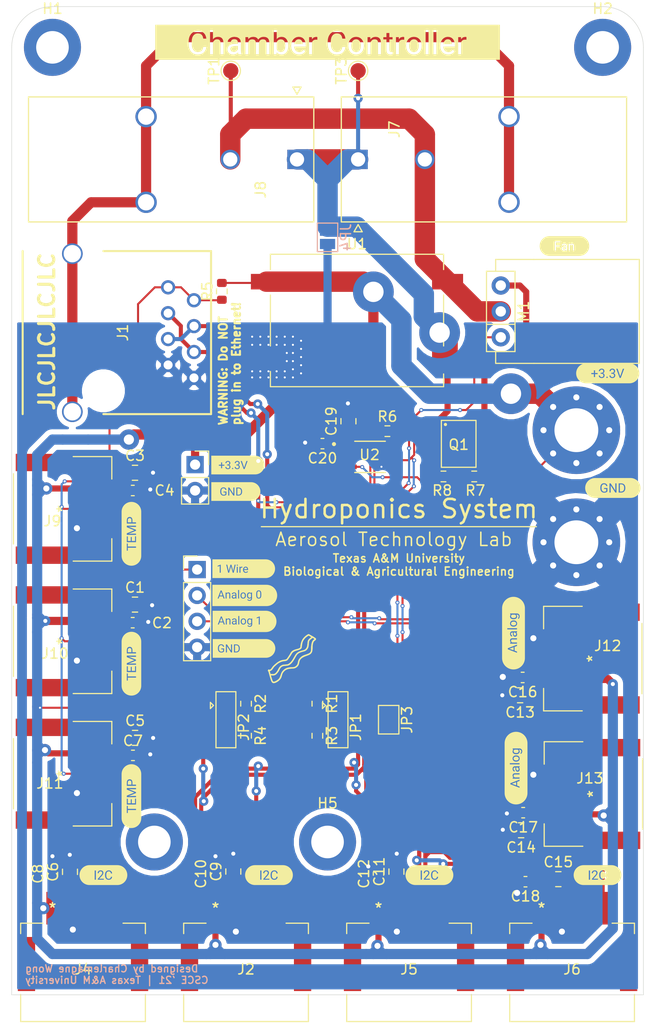
<source format=kicad_pcb>
(kicad_pcb (version 20171130) (host pcbnew 5.1.10-88a1d61d58~90~ubuntu20.04.1)
  (layers (0 F.Cu signal) (31 B.Cu signal) (34 B.Paste user) (35 F.Paste user) (36 B.SilkS user) (37 F.SilkS user) (38 B.Mask user) (39 F.Mask user) (44 Edge.Cuts user))
  (net 0 "")
  (net 1 +12V)
  (net 2 GND2)
  (net 3 +3V3)
  (net 4 GND)
  (net 5 SCL)
  (net 6 SDA)
  (net 7 S_WIRE)
  (net 8 "Net-(J2-Pad6)")
  (net 9 "Net-(J2-Pad5)")
  (net 10 "Net-(J4-Pad6)")
  (net 11 "Net-(J4-Pad5)")
  (net 12 "Net-(J5-Pad6)")
  (net 13 "Net-(J5-Pad5)")
  (net 14 "Net-(J6-Pad6)")
  (net 15 "Net-(J6-Pad5)")
  (net 16 "Net-(M1-Pad3)")
  (net 17 GNDPWR)
  (net 18 A0)
  (net 19 A1)
  (net 20 "Net-(JP1-Pad3)")
  (net 21 "Net-(JP1-Pad1)")
  (net 22 "Net-(JP2-Pad3)")
  (net 23 "Net-(JP2-Pad1)")
  (net 24 "Net-(JP3-Pad1)")
  (net 25 FAN_TACH)
  (net 26 "Net-(Q1-Pad4)")
  (net 27 FAN_PWM)
  (net 28 "Net-(U2-Pad3)")
  (net 29 "Net-(U2-Pad2)")
  (module Capacitor_SMD:C_0805_2012Metric (layer F.Cu) (at 128.05 79.7 90)
    (fp_text reference C19 (at 0 -1.68 90) (layer F.SilkS))
    (fp_text value 10uF)
    (pad 2 smd roundrect (at 0.95 0 90) (size 1 1.45) (layers F.Cu F.Paste F.Mask) (net 4 GND))
    (pad 1 smd roundrect (at -0.95 0 90) (size 1 1.45) (layers F.Cu F.Paste F.Mask) (net 3 +3V3))
  )
  (module Capacitor_SMD:C_0805_2012Metric (layer F.Cu) (at 148.65 124.65)
    (fp_text reference C15 (at 0 -1.68) (layer F.SilkS))
    (fp_text value 10uF)
    (pad 2 smd roundrect (at 0.95 0) (size 1 1.45) (layers F.Cu F.Paste F.Mask) (net 4 GND))
    (pad 1 smd roundrect (at -0.95 0) (size 1 1.45) (layers F.Cu F.Paste F.Mask) (net 3 +3V3))
  )
  (module Capacitor_SMD:C_0805_2012Metric (layer F.Cu) (at 145 119.85 180)
    (fp_text reference C14 (at 0 -1.68) (layer F.SilkS))
    (fp_text value 10uF)
    (pad 2 smd roundrect (at 0.95 0 180) (size 1 1.45) (layers F.Cu F.Paste F.Mask) (net 4 GND))
    (pad 1 smd roundrect (at -0.95 0 180) (size 1 1.45) (layers F.Cu F.Paste F.Mask) (net 3 +3V3))
  )
  (module Capacitor_SMD:C_0805_2012Metric (layer F.Cu) (at 144.9 106.6 180)
    (fp_text reference C13 (at 0 -1.68) (layer F.SilkS))
    (fp_text value 10uF)
    (pad 2 smd roundrect (at 0.95 0 180) (size 1 1.45) (layers F.Cu F.Paste F.Mask) (net 4 GND))
    (pad 1 smd roundrect (at -0.95 0 180) (size 1 1.45) (layers F.Cu F.Paste F.Mask) (net 3 +3V3))
  )
  (module Capacitor_SMD:C_0805_2012Metric (layer F.Cu) (at 132.76 123.91 90)
    (fp_text reference C11 (at 0 -1.68 90) (layer F.SilkS))
    (fp_text value 10uF)
    (pad 1 smd roundrect (at -0.95 0 90) (size 1 1.45) (layers F.Cu F.Paste F.Mask) (net 3 +3V3))
    (pad 2 smd roundrect (at 0.95 0 90) (size 1 1.45) (layers F.Cu F.Paste F.Mask) (net 4 GND))
  )
  (module Capacitor_SMD:C_0805_2012Metric (layer F.Cu) (at 116.75 123.9 90)
    (fp_text reference C9 (at 0 -1.68 90) (layer F.SilkS))
    (fp_text value 10uF)
    (pad 2 smd roundrect (at 0.95 0 90) (size 1 1.45) (layers F.Cu F.Paste F.Mask) (net 4 GND))
    (pad 1 smd roundrect (at -0.95 0 90) (size 1 1.45) (layers F.Cu F.Paste F.Mask) (net 3 +3V3))
  )
  (module Capacitor_SMD:C_0805_2012Metric (layer F.Cu) (at 100.72 123.93 90)
    (fp_text reference C6 (at 0 -1.68 90) (layer F.SilkS))
    (fp_text value 10uF)
    (pad 2 smd roundrect (at 0.95 0 90) (size 1 1.45) (layers F.Cu F.Paste F.Mask) (net 4 GND))
    (pad 1 smd roundrect (at -0.95 0 90) (size 1 1.45) (layers F.Cu F.Paste F.Mask) (net 3 +3V3))
  )
  (module Capacitor_SMD:C_0805_2012Metric (layer F.Cu) (at 107.11 110.78)
    (fp_text reference C5 (at 0 -1.68) (layer F.SilkS))
    (fp_text value 10uF)
    (pad 2 smd roundrect (at 0.95 0) (size 1 1.45) (layers F.Cu F.Paste F.Mask) (net 4 GND))
    (pad 1 smd roundrect (at -0.95 0) (size 1 1.45) (layers F.Cu F.Paste F.Mask) (net 3 +3V3))
  )
  (module Capacitor_SMD:C_0805_2012Metric (layer F.Cu) (at 107.1 84.76)
    (fp_text reference C3 (at 0 -1.68) (layer F.SilkS))
    (fp_text value 10uF)
    (pad 2 smd roundrect (at 0.95 0) (size 1 1.45) (layers F.Cu F.Paste F.Mask) (net 4 GND))
    (pad 1 smd roundrect (at -0.95 0) (size 1 1.45) (layers F.Cu F.Paste F.Mask) (net 3 +3V3))
  )
  (module Capacitor_SMD:C_0805_2012Metric (layer F.Cu) (at 107.1 97.7)
    (fp_text reference C1 (at 0 -1.68) (layer F.SilkS))
    (fp_text value 10uF)
    (pad 2 smd roundrect (at 0.95 0) (size 1 1.45) (layers F.Cu F.Paste F.Mask) (net 4 GND))
    (pad 1 smd roundrect (at -0.95 0) (size 1 1.45) (layers F.Cu F.Paste F.Mask) (net 3 +3V3))
  )
  (module label (layer F.Cu) (at 117.775 94.175)
    (fp_text reference kibuzzard-61723AFD hide)
    (fp_text value G*** hide)
  )
  (module label (layer F.Cu) (at 117.8 102)
    (fp_text reference kibuzzard-61723AF5 hide)
    (fp_text value G*** hide)
  )
  (module label (layer F.Cu) (at 117.875 96.8)
    (fp_text reference kibuzzard-61723AEE hide)
    (fp_text value G*** hide)
  )
  (module label (layer F.Cu) (at 117.85 99.35)
    (fp_text reference kibuzzard-61723AEA hide)
    (fp_text value G*** hide)
  )
  (module label (layer F.Cu) (at 117 86.6)
    (fp_text reference kibuzzard-617232F2 hide)
    (fp_text value G*** hide)
  )
  (module label (layer F.Cu) (at 117.2 84)
    (fp_text reference kibuzzard-617232DF hide)
    (fp_text value G*** hide)
  )
  (module label (layer F.Cu) (at 154 86.25)
    (fp_text reference kibuzzard-61722FC6 hide)
    (fp_text value G*** hide)
  )
  (module label (layer F.Cu) (at 153.5 75)
    (fp_text reference kibuzzard-61722FB7 hide)
    (fp_text value G*** hide)
  )
  (module label (layer F.Cu) (at 149.25 62.5)
    (fp_text reference kibuzzard-61722F58 hide)
    (fp_text value G*** hide)
  )
  (module label (layer F.Cu) (at 152.5 124.25)
    (fp_text reference kibuzzard-61722F03 hide)
    (fp_text value G*** hide)
  )
  (module label (layer F.Cu) (at 136 124.25)
    (fp_text reference kibuzzard-61722F03 hide)
    (fp_text value G*** hide)
  )
  (module label (layer F.Cu) (at 120.25 124.25)
    (fp_text reference kibuzzard-61722F03 hide)
    (fp_text value G*** hide)
  )
  (module label (layer F.Cu) (at 104 124.25)
    (fp_text reference kibuzzard-61722F03 hide)
    (fp_text value G*** hide)
  )
  (module label (layer F.Cu) (at 106.75 116.5 90)
    (fp_text reference kibuzzard-61722EB4 hide)
    (fp_text value G*** hide)
  )
  (module label (layer F.Cu) (at 106.75 103.5 90)
    (fp_text reference kibuzzard-61722EB4 hide)
    (fp_text value G*** hide)
  )
  (module label (layer F.Cu) (at 106.75 90.75 90)
    (fp_text reference kibuzzard-61722EB4 hide)
    (fp_text value G*** hide)
  )
  (module label (layer F.Cu) (at 144.5 113.75 90)
    (fp_text reference kibuzzard-61722E00 hide)
    (fp_text value G*** hide)
  )
  (module label (layer F.Cu) (at 144.25 100.5 90)
    (fp_text reference kibuzzard-61722E00 hide)
    (fp_text value G*** hide)
  )
  (module footprint:bacon (layer F.Cu) (at 122.5 103)
    (fp_text reference G*** hide)
    (fp_text value LOGO hide)
    (fp_poly (pts (xy 1.68504 -2.233695) (xy 1.712307 -2.218967) (xy 1.749715 -2.197561) (xy 1.791481 -2.172823) (xy 1.81785 -2.156776) (xy 1.905936 -2.102521) (xy 1.831892 -2.050798) (xy 1.79243 -2.020654) (xy 1.747585 -1.982405) (xy 1.704325 -1.94214) (xy 1.683844 -1.921458) (xy 1.630284 -1.860446) (xy 1.591286 -1.80371) (xy 1.564657 -1.74697) (xy 1.548204 -1.685946) (xy 1.542267 -1.645162) (xy 1.537024 -1.600174) (xy 1.531157 -1.554732) (xy 1.525843 -1.517897) (xy 1.525315 -1.514593) (xy 1.52087 -1.478146) (xy 1.517352 -1.43285) (xy 1.515558 -1.389698) (xy 1.508737 -1.291544) (xy 1.491349 -1.206395) (xy 1.462037 -1.130849) (xy 1.419442 -1.061504) (xy 1.362204 -0.994956) (xy 1.355074 -0.987778) (xy 1.280689 -0.924861) (xy 1.193243 -0.869489) (xy 1.097881 -0.824444) (xy 0.999742 -0.792507) (xy 0.989649 -0.790065) (xy 0.900459 -0.765445) (xy 0.808715 -0.733309) (xy 0.718812 -0.695629) (xy 0.635142 -0.654378) (xy 0.562099 -0.611526) (xy 0.512224 -0.575782) (xy 0.482761 -0.548236) (xy 0.445903 -0.507912) (xy 0.404158 -0.458035) (xy 0.360034 -0.401826) (xy 0.316038 -0.342508) (xy 0.274677 -0.283303) (xy 0.238459 -0.227433) (xy 0.22889 -0.211667) (xy 0.203296 -0.166126) (xy 0.176765 -0.114775) (xy 0.154441 -0.067631) (xy 0.151603 -0.061148) (xy 0.111603 0.019727) (xy 0.059704 0.10651) (xy -0.00061 0.194273) (xy -0.065857 0.278084) (xy -0.132556 0.353015) (xy -0.161163 0.38161) (xy -0.219634 0.434713) (xy -0.273301 0.47633) (xy -0.327923 0.510544) (xy -0.381835 0.537994) (xy -0.410987 0.550817) (xy -0.436811 0.55944) (xy -0.464729 0.564893) (xy -0.500163 0.568207) (xy -0.548538 0.570412) (xy -0.553328 0.570578) (xy -0.668642 0.576419) (xy -0.767827 0.585949) (xy -0.85334 0.599922) (xy -0.927634 0.619092) (xy -0.993168 0.644214) (xy -1.052395 0.676042) (xy -1.107773 0.715331) (xy -1.153408 0.754928) (xy -1.193641 0.795825) (xy -1.230687 0.841054) (xy -1.266623 0.893746) (xy -1.303524 0.957036) (xy -1.343469 1.034055) (xy -1.357681 1.063037) (xy -1.396362 1.136561) (xy -1.440918 1.210838) (xy -1.4886 1.281908) (xy -1.536659 1.345812) (xy -1.582346 1.398591) (xy -1.608232 1.42395) (xy -1.670341 1.468786) (xy -1.740597 1.498539) (xy -1.820371 1.513569) (xy -1.911035 1.514235) (xy -1.941943 1.511541) (xy -2.001315 1.507382) (xy -2.043407 1.50952) (xy -2.056557 1.512452) (xy -2.078528 1.517366) (xy -2.091298 1.516788) (xy -2.092051 1.516061) (xy -2.096309 1.503983) (xy -2.104067 1.477798) (xy -2.114218 1.441645) (xy -2.12566 1.399661) (xy -2.137288 1.355981) (xy -2.147998 1.314745) (xy -2.156685 1.280088) (xy -2.162247 1.256148) (xy -2.163704 1.247581) (xy -2.155578 1.237502) (xy -2.135104 1.226413) (xy -2.124294 1.222375) (xy -2.052387 1.18895) (xy -1.982962 1.137039) (xy -1.916226 1.066832) (xy -1.852385 0.97852) (xy -1.840839 0.960102) (xy -1.817899 0.924305) (xy -1.793573 0.890081) (xy -1.76628 0.855818) (xy -1.734436 0.819904) (xy -1.696458 0.780728) (xy -1.650763 0.736679) (xy -1.595768 0.686144) (xy -1.52989 0.627512) (xy -1.451545 0.559171) (xy -1.421415 0.533116) (xy -1.361453 0.487175) (xy -1.288018 0.440109) (xy -1.206082 0.394499) (xy -1.120619 0.352928) (xy -1.036601 0.317976) (xy -0.959001 0.292227) (xy -0.955743 0.291327) (xy -0.921258 0.283272) (xy -0.873808 0.274066) (xy -0.819115 0.264734) (xy -0.762904 0.256299) (xy -0.750888 0.254664) (xy -0.678186 0.24444) (xy -0.621233 0.235069) (xy -0.577027 0.225889) (xy -0.542563 0.216239) (xy -0.514839 0.205454) (xy -0.50417 0.200267) (xy -0.470652 0.177772) (xy -0.431967 0.143714) (xy -0.392675 0.102632) (xy -0.357335 0.059068) (xy -0.345574 0.042333) (xy -0.32248 0.009184) (xy -0.299316 -0.021801) (xy -0.282458 -0.042334) (xy -0.266947 -0.062126) (xy -0.245091 -0.093312) (xy -0.220158 -0.131113) (xy -0.202024 -0.159926) (xy -0.129371 -0.275397) (xy -0.063286 -0.374998) (xy -0.002737 -0.46007) (xy 0.053309 -0.531953) (xy 0.105884 -0.591989) (xy 0.156019 -0.641519) (xy 0.192169 -0.672206) (xy 0.223337 -0.695314) (xy 0.255208 -0.715202) (xy 0.290684 -0.733026) (xy 0.332665 -0.74994) (xy 0.384049 -0.7671) (xy 0.447739 -0.785662) (xy 0.526633 -0.806781) (xy 0.536222 -0.809273) (xy 0.653211 -0.843726) (xy 0.751761 -0.88165) (xy 0.831934 -0.923076) (xy 0.89379 -0.968037) (xy 0.937388 -1.016565) (xy 0.945329 -1.029065) (xy 0.956928 -1.051992) (xy 0.965351 -1.077709) (xy 0.971673 -1.110978) (xy 0.976973 -1.156556) (xy 0.978867 -1.177222) (xy 0.990782 -1.288028) (xy 1.006458 -1.393901) (xy 1.025223 -1.491314) (xy 1.046402 -1.576737) (xy 1.06755 -1.641993) (xy 1.121937 -1.760263) (xy 1.193621 -1.87306) (xy 1.281574 -1.979173) (xy 1.384768 -2.077391) (xy 1.502176 -2.166503) (xy 1.526819 -2.182833) (xy 1.640315 -2.256359) (xy 1.68504 -2.233695)) (layer F.Cu) (width 0.01))
  )
  (module label (layer F.Cu) (at 126 42.5)
    (fp_text reference kibuzzard-61722B24 hide)
    (fp_text value G*** hide)
  )
  (module footprint:duraclik-4pos (layer F.Cu) (at 150 131.5)
    (fp_text reference J6 (at -0.000001 2) (layer F.SilkS))
    (fp_text value "I2C Connector")
    (fp_text user * (at -3 -4) (layer F.SilkS))
    (pad 6 smd rect (at 5.550001 1.479999 90) (size 5.3086 1.7018) (layers F.Cu F.Paste F.Mask) (net 14 "Net-(J6-Pad6)"))
    (pad 5 smd rect (at -5.550003 1.479999 90) (size 5.3086 1.7018) (layers F.Cu F.Paste F.Mask) (net 15 "Net-(J6-Pad5)"))
    (pad 4 smd rect (at 2.999998 -4) (size 1.1938 3.2004) (layers F.Cu F.Paste F.Mask) (net 6 SDA))
    (pad 3 smd rect (at 1 -4) (size 1.1938 3.2004) (layers F.Cu F.Paste F.Mask) (net 5 SCL))
    (pad 2 smd rect (at -1.000001 -4) (size 1.1938 3.2004) (layers F.Cu F.Paste F.Mask) (net 4 GND))
    (pad 1 smd rect (at -3 -4) (size 1.1938 3.2004) (layers F.Cu F.Paste F.Mask) (net 3 +3V3))
  )
  (module mainboard-small:3pin-fanheader (layer F.Cu) (at 143 68.92 180)
    (fp_text reference M1 (at -2.25 0 270) (layer F.SilkS))
    (fp_text value Fan_3pin)
    (pad 3 thru_hole circle (at 0 2.54 90) (size 1.8 1.8) (drill 1.02) (layers *.Cu *.Mask) (net 16 "Net-(M1-Pad3)"))
    (pad 2 thru_hole circle (at 0 0 90) (size 1.8 1.8) (drill 1.02) (layers *.Cu *.Mask) (net 1 +12V))
    (pad 1 thru_hole circle (at 0 -2.54 90) (size 1.8 1.8) (drill 1.02) (layers *.Cu *.Mask) (net 25 FAN_TACH))
  )
  (module footprint:EMC2101-ACZL-TR (layer F.Cu) (at 130.17 83.2)
    (fp_text reference U2 (at -0.045 -0.2) (layer F.SilkS))
    (fp_text value EMC2101-ACZL-TR)
    (pad 8 smd roundrect (at 2.12 -0.975) (size 1.62 0.45) (layers F.Cu F.Paste F.Mask) (roundrect_rratio 0.06) (net 5 SCL))
    (pad 7 smd roundrect (at 2.12 -0.325) (size 1.62 0.45) (layers F.Cu F.Paste F.Mask) (roundrect_rratio 0.06) (net 6 SDA))
    (pad 6 smd roundrect (at 2.12 0.325) (size 1.62 0.45) (layers F.Cu F.Paste F.Mask) (roundrect_rratio 0.06) (net 25 FAN_TACH))
    (pad 5 smd roundrect (at 2.12 0.975) (size 1.62 0.45) (layers F.Cu F.Paste F.Mask) (roundrect_rratio 0.06) (net 4 GND))
    (pad 4 smd roundrect (at -2.12 0.975) (size 1.62 0.45) (layers F.Cu F.Paste F.Mask) (roundrect_rratio 0.06) (net 27 FAN_PWM))
    (pad 3 smd roundrect (at -2.12 0.325) (size 1.62 0.45) (layers F.Cu F.Paste F.Mask) (roundrect_rratio 0.06) (net 28 "Net-(U2-Pad3)"))
    (pad 2 smd roundrect (at -2.12 -0.325) (size 1.62 0.45) (layers F.Cu F.Paste F.Mask) (roundrect_rratio 0.06) (net 29 "Net-(U2-Pad2)"))
    (pad 1 smd roundrect (at -2.12 -0.975) (size 1.62 0.45) (layers F.Cu F.Paste F.Mask) (roundrect_rratio 0.06) (net 3 +3V3))
  )
  (module footprint:duraclik-4pos (layer F.Cu) (at 102 131.5)
    (fp_text reference J4 (at -0.000001 2) (layer F.SilkS))
    (fp_text value "I2C Connector")
    (fp_text user * (at -3 -4) (layer F.SilkS))
    (pad 6 smd rect (at 5.550001 1.479999 90) (size 5.3086 1.7018) (layers F.Cu F.Paste F.Mask) (net 10 "Net-(J4-Pad6)"))
    (pad 5 smd rect (at -5.550003 1.479999 90) (size 5.3086 1.7018) (layers F.Cu F.Paste F.Mask) (net 11 "Net-(J4-Pad5)"))
    (pad 4 smd rect (at 2.999998 -4) (size 1.1938 3.2004) (layers F.Cu F.Paste F.Mask) (net 6 SDA))
    (pad 3 smd rect (at 1 -4) (size 1.1938 3.2004) (layers F.Cu F.Paste F.Mask) (net 5 SCL))
    (pad 2 smd rect (at -1.000001 -4) (size 1.1938 3.2004) (layers F.Cu F.Paste F.Mask) (net 4 GND))
    (pad 1 smd rect (at -3 -4) (size 1.1938 3.2004) (layers F.Cu F.Paste F.Mask) (net 3 +3V3))
  )
  (module footprint:duraclik-4pos (layer F.Cu) (at 134 131.5)
    (fp_text reference J5 (at -0.000001 2) (layer F.SilkS))
    (fp_text value "I2C Connector")
    (fp_text user * (at -3 -4) (layer F.SilkS))
    (pad 6 smd rect (at 5.550001 1.479999 90) (size 5.3086 1.7018) (layers F.Cu F.Paste F.Mask) (net 12 "Net-(J5-Pad6)"))
    (pad 5 smd rect (at -5.550003 1.479999 90) (size 5.3086 1.7018) (layers F.Cu F.Paste F.Mask) (net 13 "Net-(J5-Pad5)"))
    (pad 4 smd rect (at 2.999998 -4) (size 1.1938 3.2004) (layers F.Cu F.Paste F.Mask) (net 6 SDA))
    (pad 3 smd rect (at 1 -4) (size 1.1938 3.2004) (layers F.Cu F.Paste F.Mask) (net 5 SCL))
    (pad 2 smd rect (at -1.000001 -4) (size 1.1938 3.2004) (layers F.Cu F.Paste F.Mask) (net 4 GND))
    (pad 1 smd rect (at -3 -4) (size 1.1938 3.2004) (layers F.Cu F.Paste F.Mask) (net 3 +3V3))
  )
  (module footprint:duraclik-4pos (layer F.Cu) (at 118 131.5)
    (fp_text reference J2 (at -0.000001 2) (layer F.SilkS))
    (fp_text value "I2C Connector")
    (fp_text user * (at -3 -4) (layer F.SilkS))
    (pad 6 smd rect (at 5.550001 1.479999 90) (size 5.3086 1.7018) (layers F.Cu F.Paste F.Mask) (net 8 "Net-(J2-Pad6)"))
    (pad 5 smd rect (at -5.550003 1.479999 90) (size 5.3086 1.7018) (layers F.Cu F.Paste F.Mask) (net 9 "Net-(J2-Pad5)"))
    (pad 4 smd rect (at 2.999998 -4) (size 1.1938 3.2004) (layers F.Cu F.Paste F.Mask) (net 6 SDA))
    (pad 3 smd rect (at 1 -4) (size 1.1938 3.2004) (layers F.Cu F.Paste F.Mask) (net 5 SCL))
    (pad 2 smd rect (at -1.000001 -4) (size 1.1938 3.2004) (layers F.Cu F.Paste F.Mask) (net 4 GND))
    (pad 1 smd rect (at -3 -4) (size 1.1938 3.2004) (layers F.Cu F.Paste F.Mask) (net 3 +3V3))
  )
  (module Capacitor_SMD:C_0603_1608Metric (layer F.Cu) (at 125.5 81.9 180)
    (fp_text reference C20 (at 0 -1.43) (layer F.SilkS))
    (fp_text value 0.1uF)
    (pad 2 smd roundrect (at 0.775 0 180) (size 0.9 0.95) (layers F.Cu F.Paste F.Mask) (net 4 GND))
    (pad 1 smd roundrect (at -0.775 0 180) (size 0.9 0.95) (layers F.Cu F.Paste F.Mask) (net 3 +3V3))
  )
  (module mainboard-small:DFRobot-3VRegulator (layer F.Cu) (at 128.89 69.81)
    (fp_text reference U1 (at 0 -7.5) (layer F.SilkS))
    (fp_text value DFRobot-3V-Regulator)
    (pad 4 smd rect (at 8.89 -3.81) (size 3.048 1.524) (layers F.Cu F.Paste F.Mask) (net 1 +12V))
    (pad 3 smd rect (at 8.89 3.81) (size 3.048 1.524) (layers F.Cu F.Paste F.Mask) (net 2 GND2))
    (pad 2 smd rect (at -8.89 3.81) (size 3.048 1.524) (layers F.Cu F.Paste F.Mask) (net 4 GND))
    (pad 1 smd rect (at -8.89 -3.81) (size 3.048 1.524) (layers F.Cu F.Paste F.Mask) (net 3 +3V3))
  )
  (module TestPoint:TestPoint_Pad_D1.5mm (layer F.Cu) (at 129 45.3 90)
    (fp_text reference TP3 (at 0 -1.648 90) (layer F.SilkS))
    (fp_text value TestPoint)
    (pad 1 smd circle (at 0 0 90) (size 1.5 1.5) (layers F.Cu F.Mask) (net 2 GND2))
  )
  (module TestPoint:TestPoint_Pad_D1.5mm (layer F.Cu) (at 116.5 45.3 90)
    (fp_text reference TP1 (at 0 -1.648 90) (layer F.SilkS))
    (fp_text value TestPoint)
    (pad 1 smd circle (at 0 0 90) (size 1.5 1.5) (layers F.Cu F.Mask) (net 1 +12V))
  )
  (module Resistor_SMD:R_0603_1608Metric (layer F.Cu) (at 137.375 85.12)
    (fp_text reference R8 (at -0.125 1.38) (layer F.SilkS))
    (fp_text value 100R)
    (pad 2 smd roundrect (at 0.825 0) (size 0.8 0.95) (layers F.Cu F.Paste F.Mask) (net 27 FAN_PWM))
    (pad 1 smd roundrect (at -0.825 0) (size 0.8 0.95) (layers F.Cu F.Paste F.Mask) (net 26 "Net-(Q1-Pad4)"))
  )
  (module Resistor_SMD:R_0603_1608Metric (layer F.Cu) (at 140.395 85.12 180)
    (fp_text reference R7 (at -0.105 -1.38) (layer F.SilkS))
    (fp_text value 4.7k)
    (pad 2 smd roundrect (at 0.825 0 180) (size 0.8 0.95) (layers F.Cu F.Paste F.Mask) (net 27 FAN_PWM))
    (pad 1 smd roundrect (at -0.825 0 180) (size 0.8 0.95) (layers F.Cu F.Paste F.Mask) (net 3 +3V3))
  )
  (module Resistor_SMD:R_0603_1608Metric (layer F.Cu) (at 131.875 80.675)
    (fp_text reference R6 (at 0 -1.43) (layer F.SilkS))
    (fp_text value 10k)
    (pad 2 smd roundrect (at 0.825 0) (size 0.8 0.95) (layers F.Cu F.Paste F.Mask) (net 24 "Net-(JP3-Pad1)"))
    (pad 1 smd roundrect (at -0.825 0) (size 0.8 0.95) (layers F.Cu F.Paste F.Mask) (net 3 +3V3))
  )
  (module Resistor_SMD:R_0603_1608Metric (layer F.Cu) (at 115.625 66.95 90)
    (fp_text reference R5 (at 0 -1.43 90) (layer F.SilkS))
    (fp_text value 2.2k)
    (pad 2 smd roundrect (at 0.825 0 90) (size 0.8 0.95) (layers F.Cu F.Paste F.Mask) (net 3 +3V3))
    (pad 1 smd roundrect (at -0.825 0 90) (size 0.8 0.95) (layers F.Cu F.Paste F.Mask) (net 7 S_WIRE))
  )
  (module Resistor_SMD:R_0603_1608Metric (layer F.Cu) (at 118 110.575 270)
    (fp_text reference R4 (at 0 -1.43 90) (layer F.SilkS))
    (fp_text value 10k)
    (pad 2 smd roundrect (at 0.825 0 270) (size 0.8 0.95) (layers F.Cu F.Paste F.Mask) (net 22 "Net-(JP2-Pad3)"))
    (pad 1 smd roundrect (at -0.825 0 270) (size 0.8 0.95) (layers F.Cu F.Paste F.Mask) (net 3 +3V3))
  )
  (module Resistor_SMD:R_0603_1608Metric (layer F.Cu) (at 125 110.575 270)
    (fp_text reference R3 (at 0 -1.43 90) (layer F.SilkS))
    (fp_text value 10k)
    (pad 2 smd roundrect (at 0.825 0 270) (size 0.8 0.95) (layers F.Cu F.Paste F.Mask) (net 20 "Net-(JP1-Pad3)"))
    (pad 1 smd roundrect (at -0.825 0 270) (size 0.8 0.95) (layers F.Cu F.Paste F.Mask) (net 3 +3V3))
  )
  (module Resistor_SMD:R_0603_1608Metric (layer F.Cu) (at 118 107.425 270)
    (fp_text reference R2 (at 0 -1.43 90) (layer F.SilkS))
    (fp_text value 4.7k)
    (pad 2 smd roundrect (at 0.825 0 270) (size 0.8 0.95) (layers F.Cu F.Paste F.Mask) (net 3 +3V3))
    (pad 1 smd roundrect (at -0.825 0 270) (size 0.8 0.95) (layers F.Cu F.Paste F.Mask) (net 23 "Net-(JP2-Pad1)"))
  )
  (module Resistor_SMD:R_0603_1608Metric (layer F.Cu) (at 125 107.425 270)
    (fp_text reference R1 (at 0 -1.43 90) (layer F.SilkS))
    (fp_text value 4.7k)
    (pad 2 smd roundrect (at 0.825 0 270) (size 0.8 0.95) (layers F.Cu F.Paste F.Mask) (net 3 +3V3))
    (pad 1 smd roundrect (at -0.825 0 270) (size 0.8 0.95) (layers F.Cu F.Paste F.Mask) (net 21 "Net-(JP1-Pad1)"))
  )
  (module mainboard-small:SI4776DY-T1-GE3 (layer F.Cu) (at 138.87 81.92)
    (fp_text reference Q1 (at 0 0.08) (layer F.SilkS))
    (fp_text value SI4776DY-T1-GE3)
    (pad 4 smd rect (at -2.5275 1.905 270) (size 0.6 1.194) (layers F.Cu F.Paste F.Mask) (net 26 "Net-(Q1-Pad4)"))
    (pad 5 smd rect (at 2.5275 1.905 270) (size 0.6 1.194) (layers F.Cu F.Paste F.Mask) (net 16 "Net-(M1-Pad3)"))
    (pad 3 smd rect (at -2.5275 0.635 270) (size 0.6 1.194) (layers F.Cu F.Paste F.Mask) (net 2 GND2))
    (pad 6 smd rect (at 2.5275 0.635 270) (size 0.6 1.194) (layers F.Cu F.Paste F.Mask) (net 16 "Net-(M1-Pad3)"))
    (pad 2 smd rect (at -2.5275 -0.635 270) (size 0.6 1.194) (layers F.Cu F.Paste F.Mask) (net 2 GND2))
    (pad 7 smd rect (at 2.5275 -0.635 270) (size 0.6 1.194) (layers F.Cu F.Paste F.Mask) (net 16 "Net-(M1-Pad3)"))
    (pad 1 smd rect (at -2.5275 -1.905 270) (size 0.6 1.194) (layers F.Cu F.Paste F.Mask) (net 2 GND2))
    (pad 8 smd rect (at 2.5275 -1.905 270) (size 0.6 1.194) (layers F.Cu F.Paste F.Mask) (net 16 "Net-(M1-Pad3)"))
  )
  (module Jumper:SolderJumper-2_P1.3mm_Open_Pad1.0x1.5mm (layer B.Cu) (at 126 61.65 90)
    (fp_text reference JP4 (at 0 1.8 270) (layer B.SilkS) (effects (justify mirror)))
    (fp_text value SolderJumper_2_Open)
    (pad 1 smd rect (at -0.65 0 90) (size 1 1.5) (layers B.Cu B.Mask) (net 4 GND))
    (pad 2 smd rect (at 0.65 0 90) (size 1 1.5) (layers B.Cu B.Mask) (net 2 GND2))
  )
  (module Jumper:SolderJumper-2_P1.3mm_Open_TrianglePad1.0x1.5mm (layer F.Cu) (at 132 109 270)
    (fp_text reference JP3 (at 0 -1.8 90) (layer F.SilkS))
    (fp_text value ~ALERT~/Jumper)
    (pad 1 smd custom (at -0.725 0 270) (size 0.3 0.3) (layers F.Cu F.Mask) (net 24 "Net-(JP3-Pad1)") (options (clearance outline) (anchor rect)) (primitives (gr_poly (pts (xy -0.5 -0.75) (xy 0.5 -0.75) (xy 1 0) (xy 0.5 0.75) (xy -0.5 0.75)) (width 0))))
    (pad 2 smd custom (at 0.725 0 270) (size 0.3 0.3) (layers F.Cu F.Mask) (net 25 FAN_TACH) (options (clearance outline) (anchor rect)) (primitives (gr_poly (pts (xy -0.65 -0.75) (xy 0.5 -0.75) (xy 0.5 0.75) (xy -0.65 0.75) (xy -0.15 0)) (width 0))))
  )
  (module Jumper:SolderJumper-3_P2.0mm_Open_TrianglePad1.0x1.5mm (layer F.Cu) (at 116 109 270)
    (fp_text reference JP2 (at 0.725 -1.775 90) (layer F.SilkS))
    (fp_text value "SCL Pull-up")
    (pad 3 smd custom (at 2 0 90) (size 0.3 0.3) (layers F.Cu F.Mask) (net 22 "Net-(JP2-Pad3)") (options (clearance outline) (anchor rect)) (primitives (gr_poly (pts (xy -0.5 -0.75) (xy 0.5 -0.75) (xy 1 0) (xy 0.5 0.75) (xy -0.5 0.75)) (width 0))))
    (pad 2 smd custom (at 0 0 270) (size 0.3 0.3) (layers F.Cu) (net 6 SDA) (options (clearance outline) (anchor rect)) (primitives (gr_poly (pts (xy -1.2 -0.75) (xy 1.2 -0.75) (xy 0.7 0) (xy 1.2 0.75) (xy -1.2 0.75) (xy -0.7 0)) (width 0))))
    (pad 1 smd custom (at -2 0 270) (size 0.3 0.3) (layers F.Cu F.Mask) (net 23 "Net-(JP2-Pad1)") (options (clearance outline) (anchor rect)) (primitives (gr_poly (pts (xy -0.5 -0.75) (xy 0.5 -0.75) (xy 1 0) (xy 0.5 0.75) (xy -0.5 0.75)) (width 0))))
  )
  (module Jumper:SolderJumper-3_P2.0mm_Open_TrianglePad1.0x1.5mm (layer F.Cu) (at 127 109 270)
    (fp_text reference JP1 (at 0.725 -1.775 90) (layer F.SilkS))
    (fp_text value "SCL Pull-up")
    (pad 3 smd custom (at 2 0 90) (size 0.3 0.3) (layers F.Cu F.Mask) (net 20 "Net-(JP1-Pad3)") (options (clearance outline) (anchor rect)) (primitives (gr_poly (pts (xy -0.5 -0.75) (xy 0.5 -0.75) (xy 1 0) (xy 0.5 0.75) (xy -0.5 0.75)) (width 0))))
    (pad 2 smd custom (at 0 0 270) (size 0.3 0.3) (layers F.Cu) (net 5 SCL) (options (clearance outline) (anchor rect)) (primitives (gr_poly (pts (xy -1.2 -0.75) (xy 1.2 -0.75) (xy 0.7 0) (xy 1.2 0.75) (xy -1.2 0.75) (xy -0.7 0)) (width 0))))
    (pad 1 smd custom (at -2 0 270) (size 0.3 0.3) (layers F.Cu F.Mask) (net 21 "Net-(JP1-Pad1)") (options (clearance outline) (anchor rect)) (primitives (gr_poly (pts (xy -0.5 -0.75) (xy 0.5 -0.75) (xy 1 0) (xy 0.5 0.75) (xy -0.5 0.75)) (width 0))))
  )
  (module Connector_PinHeader_2.54mm:PinHeader_1x04_P2.54mm_Vertical (layer F.Cu) (at 113.2 94.26)
    (fp_text reference J14 hide)
    (fp_text value Conn_01x04)
    (pad 4 thru_hole oval (at 0 7.62) (size 1.7 1.7) (drill 1) (layers *.Cu *.Mask) (net 4 GND))
    (pad 3 thru_hole oval (at 0 5.08) (size 1.7 1.7) (drill 1) (layers *.Cu *.Mask) (net 19 A1))
    (pad 2 thru_hole oval (at 0 2.54) (size 1.7 1.7) (drill 1) (layers *.Cu *.Mask) (net 18 A0))
    (pad 1 thru_hole rect (at 0 0) (size 1.7 1.7) (drill 1) (layers *.Cu *.Mask) (net 7 S_WIRE))
  )
  (module footprint:duraclik-3pos (layer F.Cu) (at 152.09 116.29 90)
    (fp_text reference J13 (at 1.54 -0.34 180) (layer F.SilkS))
    (fp_text value "5023520300(DuraClik-3pos)" hide)
    (fp_text user * (at 0 0 90) (layer F.SilkS))
    (pad 5 smd rect (at 4.550001 1.950999 90) (size 1.7018 5.3086) (layers F.Cu F.Paste F.Mask))
    (pad 4 smd rect (at -4.550001 1.950999 90) (size 1.7018 5.3086) (layers F.Cu F.Paste F.Mask))
    (pad 3 smd rect (at 2.000001 -3.529 90) (size 1.1938 3.2004) (layers F.Cu F.Paste F.Mask) (net 4 GND))
    (pad 2 smd rect (at 0 -3.529 90) (size 1.1938 3.2004) (layers F.Cu F.Paste F.Mask) (net 19 A1))
    (pad 1 smd rect (at -2.000001 -3.529 90) (size 1.1938 3.2004) (layers F.Cu F.Paste F.Mask) (net 3 +3V3))
  )
  (module footprint:duraclik-3pos (layer F.Cu) (at 152.03 103 90)
    (fp_text reference J12 (at 1.25 1.47 180) (layer F.SilkS))
    (fp_text value "5023520300(DuraClik-3pos)" hide)
    (fp_text user * (at 0 0 90) (layer F.SilkS))
    (pad 5 smd rect (at 4.550001 1.950999 90) (size 1.7018 5.3086) (layers F.Cu F.Paste F.Mask))
    (pad 4 smd rect (at -4.550001 1.950999 90) (size 1.7018 5.3086) (layers F.Cu F.Paste F.Mask))
    (pad 3 smd rect (at 2.000001 -3.529 90) (size 1.1938 3.2004) (layers F.Cu F.Paste F.Mask) (net 4 GND))
    (pad 2 smd rect (at 0 -3.529 90) (size 1.1938 3.2004) (layers F.Cu F.Paste F.Mask) (net 18 A0))
    (pad 1 smd rect (at -2.000001 -3.529 90) (size 1.1938 3.2004) (layers F.Cu F.Paste F.Mask) (net 3 +3V3))
  )
  (module footprint:duraclik-3pos (layer F.Cu) (at 100 114.3 270)
    (fp_text reference J11 (at 0.95 1.25 180) (layer F.SilkS))
    (fp_text value "5023520300(DuraClik-3pos)" hide)
    (fp_text user * (at 0 0 90) (layer F.SilkS))
    (pad 5 smd rect (at 4.550001 1.950999 270) (size 1.7018 5.3086) (layers F.Cu F.Paste F.Mask))
    (pad 4 smd rect (at -4.550001 1.950999 270) (size 1.7018 5.3086) (layers F.Cu F.Paste F.Mask))
    (pad 3 smd rect (at 2.000001 -3.529 270) (size 1.1938 3.2004) (layers F.Cu F.Paste F.Mask) (net 4 GND))
    (pad 2 smd rect (at 0 -3.529 270) (size 1.1938 3.2004) (layers F.Cu F.Paste F.Mask) (net 7 S_WIRE))
    (pad 1 smd rect (at -2.000001 -3.529 270) (size 1.1938 3.2004) (layers F.Cu F.Paste F.Mask) (net 3 +3V3))
  )
  (module footprint:duraclik-3pos (layer F.Cu) (at 100 101.3 270)
    (fp_text reference J10 (at 1.2 0.75 180) (layer F.SilkS))
    (fp_text value "5023520300(DuraClik-3pos)" hide)
    (fp_text user * (at 0 0 90) (layer F.SilkS))
    (pad 5 smd rect (at 4.550001 1.950999 270) (size 1.7018 5.3086) (layers F.Cu F.Paste F.Mask))
    (pad 4 smd rect (at -4.550001 1.950999 270) (size 1.7018 5.3086) (layers F.Cu F.Paste F.Mask))
    (pad 3 smd rect (at 2.000001 -3.529 270) (size 1.1938 3.2004) (layers F.Cu F.Paste F.Mask) (net 4 GND))
    (pad 2 smd rect (at 0 -3.529 270) (size 1.1938 3.2004) (layers F.Cu F.Paste F.Mask) (net 7 S_WIRE))
    (pad 1 smd rect (at -2.000001 -3.529 270) (size 1.1938 3.2004) (layers F.Cu F.Paste F.Mask) (net 3 +3V3))
  )
  (module footprint:duraclik-3pos (layer F.Cu) (at 100 88.3 270)
    (fp_text reference J9 (at 1.2 1 180) (layer F.SilkS))
    (fp_text value "5023520300(DuraClik-3pos)" hide)
    (fp_text user * (at 0 0 90) (layer F.SilkS))
    (pad 5 smd rect (at 4.550001 1.950999 270) (size 1.7018 5.3086) (layers F.Cu F.Paste F.Mask))
    (pad 4 smd rect (at -4.550001 1.950999 270) (size 1.7018 5.3086) (layers F.Cu F.Paste F.Mask))
    (pad 3 smd rect (at 2.000001 -3.529 270) (size 1.1938 3.2004) (layers F.Cu F.Paste F.Mask) (net 4 GND))
    (pad 2 smd rect (at 0 -3.529 270) (size 1.1938 3.2004) (layers F.Cu F.Paste F.Mask) (net 7 S_WIRE))
    (pad 1 smd rect (at -2.000001 -3.529 270) (size 1.1938 3.2004) (layers F.Cu F.Paste F.Mask) (net 3 +3V3))
  )
  (module footprint:MOLEX_2035551012 (layer F.Cu) (at 129 54 90)
    (fp_text reference J8 (at -2.96 -9.565 90) (layer F.SilkS))
    (fp_text value CP_2035551012)
    (pad None np_thru_hole circle (at 0 18.35 90) (size 3.05 3.05) (drill 3.05) (layers *.Cu *.Mask))
    (pad S2 thru_hole circle (at 4.21 14.81 90) (size 2.1 2.1) (drill 1.6) (layers *.Cu) (net 17 GNDPWR))
    (pad S1 thru_hole circle (at -4.2 14.81 90) (size 2.1 2.1) (drill 1.6) (layers *.Cu) (net 17 GNDPWR))
    (pad 2 thru_hole circle (at 0 6.55 90) (size 1.9 1.9) (drill 1.4) (layers *.Cu) (net 1 +12V))
    (pad 1 thru_hole rect (at 0 0 90) (size 1.9 1.9) (drill 1.4) (layers *.Cu) (net 2 GND2))
  )
  (module footprint:MOLEX_2035551012 (layer F.Cu) (at 123 54 270)
    (fp_text reference J7 (at -2.96 -9.565 90) (layer F.SilkS))
    (fp_text value CP_2035551012)
    (pad None np_thru_hole circle (at 0 18.35 270) (size 3.05 3.05) (drill 3.05) (layers *.Cu *.Mask))
    (pad S2 thru_hole circle (at 4.21 14.81 270) (size 2.1 2.1) (drill 1.6) (layers *.Cu) (net 17 GNDPWR))
    (pad S1 thru_hole circle (at -4.2 14.81 270) (size 2.1 2.1) (drill 1.6) (layers *.Cu) (net 17 GNDPWR))
    (pad 2 thru_hole circle (at 0 6.55 270) (size 1.9 1.9) (drill 1.4) (layers *.Cu) (net 1 +12V))
    (pad 1 thru_hole rect (at 0 0 270) (size 1.9 1.9) (drill 1.4) (layers *.Cu) (net 2 GND2))
  )
  (module Connector_PinSocket_2.54mm:PinSocket_1x02_P2.54mm_Vertical (layer F.Cu) (at 113 83.96)
    (fp_text reference J3 hide)
    (fp_text value Conn_01x02)
    (pad 2 thru_hole oval (at 0 2.54) (size 1.7 1.7) (drill 1) (layers *.Cu *.Mask) (net 4 GND))
    (pad 1 thru_hole rect (at 0 0) (size 1.7 1.7) (drill 1) (layers *.Cu *.Mask) (net 3 +3V3))
  )
  (module "mainboard-small:MTJ-889X1-FSE(RJ45)" (layer F.Cu) (at 104 71 270)
    (fp_text reference J1 (at 0 -1.905 90) (layer F.SilkS))
    (fp_text value "RJ45 Comms Bus")
    (pad 8 thru_hole circle (at 4.445 -8.89 270) (size 1.397 1.397) (drill 0.889) (layers *.Cu *.Mask) (net 4 GND))
    (pad 7 thru_hole circle (at 3.175 -6.35 270) (size 1.397 1.397) (drill 0.889) (layers *.Cu *.Mask) (net 4 GND))
    (pad 6 thru_hole circle (at 1.905 -8.89 270) (size 1.397 1.397) (drill 0.889) (layers *.Cu *.Mask) (net 5 SCL))
    (pad 5 thru_hole circle (at 0.635 -6.35 270) (size 1.397 1.397) (drill 0.889) (layers *.Cu *.Mask) (net 6 SDA))
    (pad 4 thru_hole circle (at -0.635 -8.89 270) (size 1.397 1.397) (drill 0.889) (layers *.Cu *.Mask) (net 6 SDA))
    (pad 3 thru_hole circle (at -1.905 -6.35 270) (size 1.397 1.397) (drill 0.889) (layers *.Cu *.Mask) (net 5 SCL))
    (pad 2 thru_hole circle (at -3.175 -8.89 270) (size 1.397 1.397) (drill 0.889) (layers *.Cu *.Mask) (net 7 S_WIRE))
    (pad 1 thru_hole circle (at -4.445 -6.35 270) (size 1.397 1.397) (drill 0.889) (layers *.Cu *.Mask) (net 7 S_WIRE))
    (pad SH thru_hole circle (at 7.7724 3.048 270) (size 2.032 2.032) (drill 1.7018) (layers *.Cu *.Mask) (net 17 GNDPWR))
    (pad "" np_thru_hole circle (at -5.715 0 270) (size 3.2004 3.2004) (drill 3.2004) (layers *.Cu *.Mask))
    (pad "" np_thru_hole circle (at 5.715 0 270) (size 3.2004 3.2004) (drill 3.2004) (layers *.Cu *.Mask))
    (pad SH thru_hole circle (at -7.747 3.048 270) (size 2.032 2.032) (drill 1.7018) (layers *.Cu *.Mask) (net 17 GNDPWR))
  )
  (module MountingHole:MountingHole_4.3mm_M4_Pad_Via (layer F.Cu) (at 150.42 91.58)
    (fp_text reference H6 hide)
    (fp_text value MountingHole_Pad)
    (pad 1 thru_hole circle (at 2.280419 -2.280419) (size 0.9 0.9) (drill 0.6) (layers *.Cu *.Mask) (net 4 GND))
    (pad 1 thru_hole circle (at 0 -3.225) (size 0.9 0.9) (drill 0.6) (layers *.Cu *.Mask) (net 4 GND))
    (pad 1 thru_hole circle (at -2.280419 -2.280419) (size 0.9 0.9) (drill 0.6) (layers *.Cu *.Mask) (net 4 GND))
    (pad 1 thru_hole circle (at -3.225 0) (size 0.9 0.9) (drill 0.6) (layers *.Cu *.Mask) (net 4 GND))
    (pad 1 thru_hole circle (at -2.280419 2.280419) (size 0.9 0.9) (drill 0.6) (layers *.Cu *.Mask) (net 4 GND))
    (pad 1 thru_hole circle (at 0 3.225) (size 0.9 0.9) (drill 0.6) (layers *.Cu *.Mask) (net 4 GND))
    (pad 1 thru_hole circle (at 2.280419 2.280419) (size 0.9 0.9) (drill 0.6) (layers *.Cu *.Mask) (net 4 GND))
    (pad 1 thru_hole circle (at 3.225 0) (size 0.9 0.9) (drill 0.6) (layers *.Cu *.Mask) (net 4 GND))
    (pad 1 thru_hole circle (at 0 0) (size 8.6 8.6) (drill 4.3) (layers *.Cu *.Mask) (net 4 GND))
  )
  (module MountingHole:MountingHole_3.2mm_M3_DIN965_Pad_TopBottom (layer F.Cu) (at 126 121)
    (fp_text reference H5 (at 0 -3.8) (layer F.SilkS))
    (fp_text value MountingHole)
    (pad 1 connect circle (at 0 0) (size 5.6 5.6) (layers B.Cu B.Mask))
    (pad 1 connect circle (at 0 0) (size 5.6 5.6) (layers F.Cu F.Mask))
    (pad 1 thru_hole circle (at 0 0) (size 3.6 3.6) (drill 3.2) (layers *.Cu *.Mask))
  )
  (module MountingHole:MountingHole_3.2mm_M3_DIN965_Pad_TopBottom (layer F.Cu) (at 109 121)
    (fp_text reference H4 hide)
    (fp_text value MountingHole)
    (pad 1 connect circle (at 0 0) (size 5.6 5.6) (layers B.Cu B.Mask))
    (pad 1 connect circle (at 0 0) (size 5.6 5.6) (layers F.Cu F.Mask))
    (pad 1 thru_hole circle (at 0 0) (size 3.6 3.6) (drill 3.2) (layers *.Cu *.Mask))
  )
  (module MountingHole:MountingHole_4.3mm_M4_Pad_Via (layer F.Cu) (at 150.42 80.58)
    (fp_text reference H3 hide)
    (fp_text value MountingHole_Pad)
    (pad 1 thru_hole circle (at 2.280419 -2.280419) (size 0.9 0.9) (drill 0.6) (layers *.Cu *.Mask) (net 3 +3V3))
    (pad 1 thru_hole circle (at 0 -3.225) (size 0.9 0.9) (drill 0.6) (layers *.Cu *.Mask) (net 3 +3V3))
    (pad 1 thru_hole circle (at -2.280419 -2.280419) (size 0.9 0.9) (drill 0.6) (layers *.Cu *.Mask) (net 3 +3V3))
    (pad 1 thru_hole circle (at -3.225 0) (size 0.9 0.9) (drill 0.6) (layers *.Cu *.Mask) (net 3 +3V3))
    (pad 1 thru_hole circle (at -2.280419 2.280419) (size 0.9 0.9) (drill 0.6) (layers *.Cu *.Mask) (net 3 +3V3))
    (pad 1 thru_hole circle (at 0 3.225) (size 0.9 0.9) (drill 0.6) (layers *.Cu *.Mask) (net 3 +3V3))
    (pad 1 thru_hole circle (at 2.280419 2.280419) (size 0.9 0.9) (drill 0.6) (layers *.Cu *.Mask) (net 3 +3V3))
    (pad 1 thru_hole circle (at 3.225 0) (size 0.9 0.9) (drill 0.6) (layers *.Cu *.Mask) (net 3 +3V3))
    (pad 1 thru_hole circle (at 0 0) (size 8.6 8.6) (drill 4.3) (layers *.Cu *.Mask) (net 3 +3V3))
  )
  (module MountingHole:MountingHole_3.2mm_M3_DIN965_Pad_TopBottom (layer F.Cu) (at 153 43)
    (fp_text reference H2 (at 0 -3.8) (layer F.SilkS))
    (fp_text value MountingHole)
    (pad 1 connect circle (at 0 0) (size 5.6 5.6) (layers B.Cu B.Mask))
    (pad 1 connect circle (at 0 0) (size 5.6 5.6) (layers F.Cu F.Mask))
    (pad 1 thru_hole circle (at 0 0) (size 3.6 3.6) (drill 3.2) (layers *.Cu *.Mask))
  )
  (module MountingHole:MountingHole_3.2mm_M3_DIN965_Pad_TopBottom (layer F.Cu) (at 99 43)
    (fp_text reference H1 (at 0 -3.8) (layer F.SilkS))
    (fp_text value MountingHole)
    (pad 1 connect circle (at 0 0) (size 5.6 5.6) (layers B.Cu B.Mask))
    (pad 1 connect circle (at 0 0) (size 5.6 5.6) (layers F.Cu F.Mask))
    (pad 1 thru_hole circle (at 0 0) (size 3.6 3.6) (drill 3.2) (layers *.Cu *.Mask))
  )
  (module Capacitor_SMD:C_0603_1608Metric (layer F.Cu) (at 145.425 124.9 180)
    (fp_text reference C18 (at 0 -1.43) (layer F.SilkS))
    (fp_text value 0.1uF)
    (pad 2 smd roundrect (at 0.775 0 180) (size 0.9 0.95) (layers F.Cu F.Paste F.Mask) (net 4 GND))
    (pad 1 smd roundrect (at -0.775 0 180) (size 0.9 0.95) (layers F.Cu F.Paste F.Mask) (net 3 +3V3))
  )
  (module Capacitor_SMD:C_0603_1608Metric (layer F.Cu) (at 145.2 118.125 180)
    (fp_text reference C17 (at 0 -1.43) (layer F.SilkS))
    (fp_text value 0.1uF)
    (pad 2 smd roundrect (at 0.775 0 180) (size 0.9 0.95) (layers F.Cu F.Paste F.Mask) (net 4 GND))
    (pad 1 smd roundrect (at -0.775 0 180) (size 0.9 0.95) (layers F.Cu F.Paste F.Mask) (net 3 +3V3))
  )
  (module Capacitor_SMD:C_0603_1608Metric (layer F.Cu) (at 145.15 104.85 180)
    (fp_text reference C16 (at 0 -1.43) (layer F.SilkS))
    (fp_text value 0.1uF)
    (pad 2 smd roundrect (at 0.775 0 180) (size 0.9 0.95) (layers F.Cu F.Paste F.Mask) (net 4 GND))
    (pad 1 smd roundrect (at -0.775 0 180) (size 0.9 0.95) (layers F.Cu F.Paste F.Mask) (net 3 +3V3))
  )
  (module Capacitor_SMD:C_0603_1608Metric (layer F.Cu) (at 131 124.125 90)
    (fp_text reference C12 (at 0 -1.43 90) (layer F.SilkS))
    (fp_text value 0.1uF)
    (pad 2 smd roundrect (at 0.775 0 90) (size 0.9 0.95) (layers F.Cu F.Paste F.Mask) (net 4 GND))
    (pad 1 smd roundrect (at -0.775 0 90) (size 0.9 0.95) (layers F.Cu F.Paste F.Mask) (net 3 +3V3))
  )
  (module Capacitor_SMD:C_0603_1608Metric (layer F.Cu) (at 115 124.125 90)
    (fp_text reference C10 (at 0 -1.43 90) (layer F.SilkS))
    (fp_text value 0.1uF)
    (pad 2 smd roundrect (at 0.775 0 90) (size 0.9 0.95) (layers F.Cu F.Paste F.Mask) (net 4 GND))
    (pad 1 smd roundrect (at -0.775 0 90) (size 0.9 0.95) (layers F.Cu F.Paste F.Mask) (net 3 +3V3))
  )
  (module Capacitor_SMD:C_0603_1608Metric (layer F.Cu) (at 99 124.125 90)
    (fp_text reference C8 (at 0 -1.43 90) (layer F.SilkS))
    (fp_text value 0.1uF)
    (pad 2 smd roundrect (at 0.775 0 90) (size 0.9 0.95) (layers F.Cu F.Paste F.Mask) (net 4 GND))
    (pad 1 smd roundrect (at -0.775 0 90) (size 0.9 0.95) (layers F.Cu F.Paste F.Mask) (net 3 +3V3))
  )
  (module Capacitor_SMD:C_0603_1608Metric (layer F.Cu) (at 106.9 112.5)
    (fp_text reference C7 (at 0 -1.43) (layer F.SilkS))
    (fp_text value 0.1uF)
    (pad 2 smd roundrect (at 0.775 0) (size 0.9 0.95) (layers F.Cu F.Paste F.Mask) (net 4 GND))
    (pad 1 smd roundrect (at -0.775 0) (size 0.9 0.95) (layers F.Cu F.Paste F.Mask) (net 3 +3V3))
  )
  (module Capacitor_SMD:C_0603_1608Metric (layer F.Cu) (at 106.885 86.5)
    (fp_text reference C4 (at 3.115 0) (layer F.SilkS))
    (fp_text value 0.1uF)
    (pad 2 smd roundrect (at 0.775 0) (size 0.9 0.95) (layers F.Cu F.Paste F.Mask) (net 4 GND))
    (pad 1 smd roundrect (at -0.775 0) (size 0.9 0.95) (layers F.Cu F.Paste F.Mask) (net 3 +3V3))
  )
  (module Capacitor_SMD:C_0603_1608Metric (layer F.Cu) (at 106.875 99.475)
    (fp_text reference C2 (at 2.875 0.025) (layer F.SilkS))
    (fp_text value 0.1uF)
    (pad 2 smd roundrect (at 0.775 0) (size 0.9 0.95) (layers F.Cu F.Paste F.Mask) (net 4 GND))
    (pad 1 smd roundrect (at -0.775 0) (size 0.9 0.95) (layers F.Cu F.Paste F.Mask) (net 3 +3V3))
  )
  (gr_text JLCJLCJLCJLC (at 98.45 70.9 90) (layer F.SilkS) (effects (font (size 1.5 1.5) (thickness 0.3))))
  (gr_text "WARNING: Do NOT\nplug in to Ethernet!" (at 116.4 80.2 90) (layer F.SilkS) (effects (font (size 0.8 0.8) (thickness 0.2)) (justify left)))
  (gr_text "Texas A&M University\nBiological & Agricultural Engineering" (at 133 93.8) (layer F.SilkS) (effects (font (size 0.8 0.8))))
  (gr_text "Aerosol Technology Lab" (at 132.5 91.3) (layer F.SilkS) (effects (font (size 1.3 1.3))))
  (gr_text "Designed by Charlemagne Wong\nCSCE '21 | Texas A&M University" (at 96.25 134) (layer B.SilkS) (effects (font (size 0.7 0.7) (thickness 0.13)) (justify right mirror)))
  (gr_line (start 119.5 90.05) (end 146.5 90.05) (layer F.SilkS) (width 0.12))
  (gr_text "Hydroponics System" (at 133 88.3) (layer F.SilkS) (effects (font (size 1.8 1.8) (thickness 0.25))))
  (gr_arc (start 153 43) (end 157 43) (angle -90) (layer Edge.Cuts) (width 0.05))
  (gr_arc (start 99 43) (end 99 39) (angle -90) (layer Edge.Cuts) (width 0.05))
  (gr_line (start 157 136) (end 95 136) (layer Edge.Cuts) (width 0.05))
  (gr_line (start 157 43) (end 157 136) (layer Edge.Cuts) (width 0.05))
  (gr_line (start 99 39) (end 153 39) (layer Edge.Cuts) (width 0.05))
  (gr_line (start 95 136) (end 95 43) (layer Edge.Cuts) (width 0.05))
  (segment (start 116.45 54) (end 116.45 51.55) (width 2) (layer F.Cu) (net 1))
  (segment (start 116.45 51.55) (end 118 50) (width 2) (layer F.Cu) (net 1))
  (segment (start 118 50) (end 134 50) (width 2) (layer F.Cu) (net 1))
  (segment (start 135.55 51.55) (end 135.55 54) (width 2) (layer F.Cu) (net 1))
  (segment (start 134 50) (end 135.55 51.55) (width 2) (layer F.Cu) (net 1))
  (segment (start 135.55 63.77) (end 137.78 66) (width 2) (layer F.Cu) (net 1))
  (segment (start 135.55 54) (end 135.55 63.77) (width 2) (layer F.Cu) (net 1))
  (segment (start 140.7 68.92) (end 137.78 66) (width 2) (layer F.Cu) (net 1))
  (segment (start 143 68.92) (end 140.7 68.92) (width 2) (layer F.Cu) (net 1))
  (segment (start 116.5 51.5) (end 116.45 51.55) (width 0.4) (layer F.Cu) (net 1))
  (segment (start 116.5 46) (end 116.5 51.5) (width 0.4) (layer F.Cu) (net 1))
  (via (at 137 71) (size 4) (drill 2) (layers F.Cu B.Cu) (net 2))
  (segment (start 137.78 71.78) (end 137 71) (width 2) (layer F.Cu) (net 2))
  (segment (start 137.78 73.62) (end 137.78 71.78) (width 2) (layer F.Cu) (net 2))
  (segment (start 128.835999 60.599999) (end 126 60.599999) (width 2) (layer B.Cu) (net 2))
  (segment (start 135.450009 67.214009) (end 128.835999 60.599999) (width 2) (layer B.Cu) (net 2))
  (segment (start 135.450009 69.450009) (end 135.450009 67.214009) (width 2) (layer B.Cu) (net 2))
  (segment (start 137 71) (end 135.450009 69.450009) (width 2) (layer B.Cu) (net 2))
  (segment (start 123 54) (end 124 54) (width 2) (layer B.Cu) (net 2))
  (segment (start 126 56) (end 126 60.599999) (width 2) (layer B.Cu) (net 2))
  (segment (start 124 54) (end 126 56) (width 2) (layer B.Cu) (net 2))
  (segment (start 128 54) (end 126 56) (width 2) (layer B.Cu) (net 2))
  (segment (start 129 54) (end 128 54) (width 2) (layer B.Cu) (net 2))
  (segment (start 123 54) (end 129 54) (width 2) (layer F.Cu) (net 2))
  (segment (start 136.3425 82.555) (end 136.3425 81.285) (width 0.6) (layer F.Cu) (net 2))
  (segment (start 136.3425 81.285) (end 136.3425 80.015) (width 0.6) (layer F.Cu) (net 2))
  (segment (start 136.3425 80.015) (end 136.485 80.015) (width 0.6) (layer F.Cu) (net 2))
  (segment (start 137.78 78.72) (end 137.78 73.62) (width 0.6) (layer F.Cu) (net 2))
  (segment (start 136.485 80.015) (end 137.78 78.72) (width 0.6) (layer F.Cu) (net 2))
  (via (at 129 48) (size 0.9) (drill 0.4) (layers F.Cu B.Cu) (net 2))
  (segment (start 129 54) (end 129 48) (width 0.4) (layer B.Cu) (net 2))
  (segment (start 129 46) (end 129 48) (width 0.4) (layer F.Cu) (net 2))
  (segment (start 119.875 66.125) (end 120 66) (width 0.2) (layer F.Cu) (net 3))
  (segment (start 115.625 66.125) (end 119.875 66.125) (width 0.2) (layer F.Cu) (net 3))
  (via (at 144 77) (size 4) (drill 2) (layers F.Cu B.Cu) (net 3))
  (segment (start 146.84 77) (end 150.42 80.58) (width 2) (layer F.Cu) (net 3))
  (segment (start 144 77) (end 146.84 77) (width 2) (layer F.Cu) (net 3))
  (via (at 130.499998 67) (size 4) (drill 2) (layers F.Cu B.Cu) (net 3))
  (segment (start 129.499998 66) (end 130.499998 67) (width 2) (layer F.Cu) (net 3))
  (segment (start 120 66) (end 129.499998 66) (width 2) (layer F.Cu) (net 3))
  (segment (start 144 77) (end 136 77) (width 2) (layer B.Cu) (net 3))
  (segment (start 133.249999 74.249999) (end 133.249999 69.750001) (width 2) (layer B.Cu) (net 3))
  (segment (start 136 77) (end 133.249999 74.249999) (width 2) (layer B.Cu) (net 3))
  (segment (start 133.249999 69.750001) (end 130.499998 67) (width 2) (layer B.Cu) (net 3))
  (segment (start 129 76.5) (end 122.5 76.5) (width 1) (layer F.Cu) (net 3))
  (segment (start 130.499998 67) (end 130.499998 75.000002) (width 1) (layer F.Cu) (net 3))
  (segment (start 122.5 76.5) (end 118 81) (width 1) (layer F.Cu) (net 3))
  (via (at 106.5 81.5) (size 2) (drill 1) (layers F.Cu B.Cu) (net 3))
  (segment (start 107 81) (end 106.5 81.5) (width 1) (layer F.Cu) (net 3))
  (segment (start 106.5 81.5) (end 102.5 81.5) (width 1) (layer B.Cu) (net 3))
  (segment (start 102.5 81.5) (end 100 81.5) (width 1) (layer B.Cu) (net 3))
  (segment (start 100 81.5) (end 99 81.5) (width 1) (layer B.Cu) (net 3))
  (segment (start 99 81.5) (end 97.5 83) (width 1) (layer B.Cu) (net 3))
  (segment (start 97.5 130.5) (end 99 132) (width 1) (layer B.Cu) (net 3))
  (segment (start 151.5 132) (end 154 129.5) (width 1) (layer B.Cu) (net 3))
  (via (at 154 105.5) (size 0.9) (drill 0.4) (layers F.Cu B.Cu) (net 3))
  (segment (start 153.500001 105.000001) (end 154 105.5) (width 0.8) (layer F.Cu) (net 3))
  (segment (start 148.501 105.000001) (end 153.500001 105.000001) (width 0.8) (layer F.Cu) (net 3))
  (segment (start 154 129.5) (end 154 119) (width 1) (layer B.Cu) (net 3))
  (segment (start 113 82) (end 114 81) (width 0.8) (layer F.Cu) (net 3))
  (segment (start 113 83.96) (end 113 82) (width 0.8) (layer F.Cu) (net 3))
  (segment (start 118 81) (end 114 81) (width 1) (layer F.Cu) (net 3))
  (segment (start 113 82) (end 112 81) (width 0.8) (layer F.Cu) (net 3))
  (segment (start 112 81) (end 107 81) (width 1) (layer F.Cu) (net 3))
  (segment (start 114 81) (end 112 81) (width 1) (layer F.Cu) (net 3))
  (segment (start 105.909999 86.299999) (end 106.11 86.5) (width 0.4) (layer F.Cu) (net 3))
  (segment (start 103.529 86.299999) (end 105.909999 86.299999) (width 0.4) (layer F.Cu) (net 3))
  (segment (start 105.924999 99.299999) (end 106.1 99.475) (width 0.4) (layer F.Cu) (net 3))
  (segment (start 103.529 99.299999) (end 105.924999 99.299999) (width 0.4) (layer F.Cu) (net 3))
  (segment (start 145.88 85.12) (end 150.42 80.58) (width 0.2) (layer F.Cu) (net 3))
  (segment (start 141.22 85.12) (end 145.88 85.12) (width 0.2) (layer F.Cu) (net 3))
  (segment (start 127.9 82.075) (end 128.05 82.225) (width 0.4) (layer F.Cu) (net 3))
  (segment (start 127.9 80.7) (end 127.9 82.075) (width 0.4) (layer F.Cu) (net 3))
  (segment (start 126.6 82.225) (end 126.275 81.9) (width 0.4) (layer F.Cu) (net 3))
  (segment (start 128.05 82.225) (end 126.6 82.225) (width 0.4) (layer F.Cu) (net 3))
  (segment (start 129.5 76) (end 129.5 80.5) (width 0.6) (layer F.Cu) (net 3))
  (segment (start 130.499998 75.000002) (end 129.5 76) (width 1) (layer F.Cu) (net 3))
  (segment (start 129.5 76) (end 129 76.5) (width 1) (layer F.Cu) (net 3))
  (segment (start 129.3 80.7) (end 129.5 80.5) (width 0.4) (layer F.Cu) (net 3))
  (segment (start 127.9 80.7) (end 129.3 80.7) (width 0.4) (layer F.Cu) (net 3))
  (segment (start 129.675 80.675) (end 129.5 80.5) (width 0.4) (layer F.Cu) (net 3))
  (segment (start 131.05 80.675) (end 129.675 80.675) (width 0.4) (layer F.Cu) (net 3))
  (segment (start 97.675 107.725) (end 97.775 107.825) (width 0.2) (layer B.Cu) (net 3))
  (via (at 97.775 107.825) (size 0.4) (drill 0.2) (layers F.Cu B.Cu) (net 3))
  (segment (start 97.5 107.725) (end 97.675 107.725) (width 0.2) (layer B.Cu) (net 3))
  (segment (start 119.775 109.75) (end 118 109.75) (width 0.2) (layer F.Cu) (net 3))
  (segment (start 120.175 109.35) (end 119.775 109.75) (width 0.2) (layer F.Cu) (net 3))
  (segment (start 119.9 108.25) (end 120.175 107.975) (width 0.2) (layer F.Cu) (net 3))
  (segment (start 118 108.25) (end 119.9 108.25) (width 0.2) (layer F.Cu) (net 3))
  (segment (start 120.175 107.975) (end 120.175 109.35) (width 0.2) (layer F.Cu) (net 3))
  (segment (start 120.45 108.25) (end 120.175 107.975) (width 0.2) (layer F.Cu) (net 3))
  (segment (start 125 108.25) (end 120.45 108.25) (width 0.2) (layer F.Cu) (net 3))
  (segment (start 120.575 109.75) (end 120.175 109.35) (width 0.2) (layer F.Cu) (net 3))
  (segment (start 125 109.75) (end 120.575 109.75) (width 0.2) (layer F.Cu) (net 3))
  (segment (start 119.6 105.2) (end 120.175 105.775) (width 0.2) (layer F.Cu) (net 3))
  (segment (start 114.8 105.2) (end 119.6 105.2) (width 0.2) (layer F.Cu) (net 3))
  (segment (start 114.225 107.075) (end 114.225 105.775) (width 0.2) (layer F.Cu) (net 3))
  (segment (start 114.225 105.775) (end 114.8 105.2) (width 0.2) (layer F.Cu) (net 3))
  (segment (start 113.475 107.825) (end 114.225 107.075) (width 0.2) (layer F.Cu) (net 3))
  (segment (start 120.175 105.775) (end 120.175 107.975) (width 0.2) (layer F.Cu) (net 3))
  (segment (start 97.775 107.825) (end 113.475 107.825) (width 0.2) (layer F.Cu) (net 3))
  (segment (start 99 124.9) (end 99 127.5) (width 0.6) (layer F.Cu) (net 3))
  (segment (start 115 127.5) (end 115 124.9) (width 0.6) (layer F.Cu) (net 3))
  (segment (start 131 127.5) (end 131 124.9) (width 0.6) (layer F.Cu) (net 3))
  (segment (start 146.140001 118.290001) (end 145.975 118.125) (width 0.6) (layer F.Cu) (net 3))
  (segment (start 148.561 118.290001) (end 147.284999 118.290001) (width 0.6) (layer F.Cu) (net 3))
  (segment (start 146.075001 105.000001) (end 145.925 104.85) (width 0.6) (layer F.Cu) (net 3))
  (via (at 98.299995 99.299999) (size 0.9) (drill 0.4) (layers F.Cu B.Cu) (net 3))
  (segment (start 103.529 99.299999) (end 98.299995 99.299999) (width 0.8) (layer F.Cu) (net 3))
  (segment (start 97.5 99) (end 97.799999 99.299999) (width 1) (layer B.Cu) (net 3))
  (segment (start 97.799999 99.299999) (end 98.299995 99.299999) (width 1) (layer B.Cu) (net 3))
  (via (at 98.264932 111.979432) (size 1.2) (drill 0.6) (layers F.Cu B.Cu) (net 3))
  (segment (start 98.244364 112) (end 98.264932 111.979432) (width 0.6) (layer B.Cu) (net 3))
  (segment (start 97.5 112) (end 98.244364 112) (width 0.6) (layer B.Cu) (net 3))
  (segment (start 103.528999 112.3) (end 103.529 112.299999) (width 0.6) (layer F.Cu) (net 3))
  (segment (start 98.5855 112.3) (end 103.528999 112.3) (width 0.6) (layer F.Cu) (net 3))
  (segment (start 98.264932 111.979432) (end 98.5855 112.3) (width 0.6) (layer F.Cu) (net 3))
  (via (at 98.1 127.5) (size 1.2) (drill 0.6) (layers F.Cu B.Cu) (net 3))
  (segment (start 99 127.5) (end 98.1 127.5) (width 0.6) (layer F.Cu) (net 3))
  (segment (start 98 127.5) (end 97.5 127) (width 0.6) (layer B.Cu) (net 3))
  (segment (start 98.1 127.5) (end 98 127.5) (width 0.6) (layer B.Cu) (net 3))
  (via (at 115 131.1) (size 1.2) (drill 0.6) (layers F.Cu B.Cu) (net 3))
  (segment (start 115 127.5) (end 115 131.1) (width 0.6) (layer F.Cu) (net 3))
  (segment (start 115 131.5) (end 114.5 132) (width 0.6) (layer B.Cu) (net 3))
  (segment (start 115 131.1) (end 115 131.5) (width 0.6) (layer B.Cu) (net 3))
  (via (at 130.9 131.2) (size 1.2) (drill 0.6) (layers F.Cu B.Cu) (net 3))
  (segment (start 131 131.1) (end 130.9 131.2) (width 0.6) (layer F.Cu) (net 3))
  (segment (start 131 127.5) (end 131 131.1) (width 0.6) (layer F.Cu) (net 3))
  (segment (start 130.9 131.6) (end 130.5 132) (width 0.6) (layer B.Cu) (net 3))
  (segment (start 130.9 131.2) (end 130.9 131.6) (width 0.6) (layer B.Cu) (net 3))
  (via (at 146.9 131.1) (size 1.2) (drill 0.6) (layers F.Cu B.Cu) (net 3))
  (segment (start 147 131) (end 146.9 131.1) (width 0.6) (layer F.Cu) (net 3))
  (segment (start 147 127.5) (end 147 131) (width 0.6) (layer F.Cu) (net 3))
  (segment (start 146.9 131.6) (end 146.5 132) (width 0.6) (layer B.Cu) (net 3))
  (segment (start 146.9 131.1) (end 146.9 131.6) (width 0.6) (layer B.Cu) (net 3))
  (segment (start 152.990001 118.290001) (end 153.1 118.4) (width 0.6) (layer F.Cu) (net 3))
  (via (at 153.1 118.4) (size 1.2) (drill 0.6) (layers F.Cu B.Cu) (net 3))
  (segment (start 148.561 118.290001) (end 152.990001 118.290001) (width 0.6) (layer F.Cu) (net 3))
  (segment (start 153.7 119) (end 154 119) (width 0.6) (layer B.Cu) (net 3))
  (segment (start 153.1 118.4) (end 153.7 119) (width 0.6) (layer B.Cu) (net 3))
  (segment (start 153.7 117.8) (end 154 117.8) (width 0.6) (layer B.Cu) (net 3))
  (segment (start 153.1 118.4) (end 153.7 117.8) (width 0.6) (layer B.Cu) (net 3))
  (segment (start 154 117.8) (end 154 105.5) (width 1) (layer B.Cu) (net 3))
  (segment (start 154 119) (end 154 117.8) (width 1) (layer B.Cu) (net 3))
  (segment (start 146 132) (end 145.9 132) (width 0.6) (layer B.Cu) (net 3))
  (segment (start 146.9 131.1) (end 146 132) (width 0.6) (layer B.Cu) (net 3))
  (segment (start 145.9 132) (end 146.5 132) (width 1) (layer B.Cu) (net 3))
  (segment (start 147.6 131.8) (end 147.6 132) (width 0.6) (layer B.Cu) (net 3))
  (segment (start 146.9 131.1) (end 147.6 131.8) (width 0.6) (layer B.Cu) (net 3))
  (segment (start 147.6 132) (end 151.5 132) (width 1) (layer B.Cu) (net 3))
  (segment (start 146.5 132) (end 147.6 132) (width 1) (layer B.Cu) (net 3))
  (segment (start 130.1 132) (end 129.8 132) (width 0.6) (layer B.Cu) (net 3))
  (segment (start 130.9 131.2) (end 130.1 132) (width 0.6) (layer B.Cu) (net 3))
  (segment (start 129.8 132) (end 130.5 132) (width 1) (layer B.Cu) (net 3))
  (segment (start 131.7 132) (end 131.8 132) (width 0.6) (layer B.Cu) (net 3))
  (segment (start 130.9 131.2) (end 131.7 132) (width 0.6) (layer B.Cu) (net 3))
  (segment (start 131.8 132) (end 145.9 132) (width 1) (layer B.Cu) (net 3))
  (segment (start 130.5 132) (end 131.8 132) (width 1) (layer B.Cu) (net 3))
  (segment (start 115 131.1) (end 114.1 132) (width 0.6) (layer B.Cu) (net 3))
  (segment (start 114.1 132) (end 114.5 132) (width 1) (layer B.Cu) (net 3))
  (segment (start 99 132) (end 114.1 132) (width 1) (layer B.Cu) (net 3))
  (segment (start 97.5 127) (end 97.5 130.5) (width 1) (layer B.Cu) (net 3))
  (segment (start 115 131.1) (end 115.9 132) (width 0.6) (layer B.Cu) (net 3))
  (segment (start 115.9 132) (end 129.8 132) (width 1) (layer B.Cu) (net 3))
  (segment (start 114.5 132) (end 115.9 132) (width 1) (layer B.Cu) (net 3))
  (segment (start 98.264932 111.979432) (end 97.5 112.744364) (width 0.6) (layer B.Cu) (net 3))
  (segment (start 97.5 112.744364) (end 97.5 113.2) (width 0.6) (layer B.Cu) (net 3))
  (segment (start 97.5 113.2) (end 97.5 127) (width 1) (layer B.Cu) (net 3))
  (segment (start 97.5 112) (end 97.5 113.2) (width 1) (layer B.Cu) (net 3))
  (segment (start 98.264932 111.979432) (end 97.5 111.2145) (width 0.6) (layer B.Cu) (net 3))
  (segment (start 97.5 110.6) (end 97.5 112) (width 1) (layer B.Cu) (net 3))
  (segment (start 97.5 111.2145) (end 97.5 110.6) (width 0.6) (layer B.Cu) (net 3))
  (segment (start 97.5 107.725) (end 97.5 110.6) (width 1) (layer B.Cu) (net 3))
  (segment (start 97.5 100.099994) (end 97.5 100.4) (width 0.6) (layer B.Cu) (net 3))
  (segment (start 98.299995 99.299999) (end 97.5 100.099994) (width 0.6) (layer B.Cu) (net 3))
  (segment (start 97.5 100.4) (end 97.5 99) (width 1) (layer B.Cu) (net 3))
  (segment (start 97.5 107.725) (end 97.5 100.4) (width 1) (layer B.Cu) (net 3))
  (segment (start 97.699996 98.7) (end 97.5 98.7) (width 0.6) (layer B.Cu) (net 3))
  (segment (start 98.299995 99.299999) (end 97.699996 98.7) (width 0.6) (layer B.Cu) (net 3))
  (segment (start 97.5 98.7) (end 97.5 99) (width 1) (layer B.Cu) (net 3))
  (via (at 98.4 86.3) (size 1.2) (drill 0.6) (layers F.Cu B.Cu) (net 3))
  (segment (start 98.400001 86.299999) (end 98.4 86.3) (width 0.6) (layer F.Cu) (net 3))
  (segment (start 103.529 86.299999) (end 98.400001 86.299999) (width 0.6) (layer F.Cu) (net 3))
  (segment (start 98.4 86.3) (end 97.5 85.4) (width 0.6) (layer B.Cu) (net 3))
  (segment (start 97.5 85.4) (end 97.5 86) (width 1) (layer B.Cu) (net 3))
  (segment (start 97.5 83) (end 97.5 85.4) (width 1) (layer B.Cu) (net 3))
  (segment (start 97.8 86.9) (end 97.5 86.9) (width 0.6) (layer B.Cu) (net 3))
  (segment (start 98.4 86.3) (end 97.8 86.9) (width 0.6) (layer B.Cu) (net 3))
  (segment (start 97.5 86.9) (end 97.5 98.7) (width 1) (layer B.Cu) (net 3))
  (segment (start 97.5 86) (end 97.5 86.9) (width 1) (layer B.Cu) (net 3))
  (segment (start 147 125.7) (end 146.2 124.9) (width 0.6) (layer F.Cu) (net 3))
  (segment (start 147 127.5) (end 147 125.7) (width 0.6) (layer F.Cu) (net 3))
  (segment (start 147 125.35) (end 147.7 124.65) (width 0.6) (layer F.Cu) (net 3))
  (segment (start 147 127.5) (end 147 125.35) (width 0.6) (layer F.Cu) (net 3))
  (segment (start 148.561 118.290001) (end 146.140001 118.290001) (width 0.6) (layer F.Cu) (net 3))
  (segment (start 147.509999 118.290001) (end 145.95 119.85) (width 0.6) (layer F.Cu) (net 3))
  (segment (start 148.561 118.290001) (end 147.509999 118.290001) (width 0.6) (layer F.Cu) (net 3))
  (segment (start 145.85 105.650002) (end 146.500001 105.000001) (width 0.6) (layer F.Cu) (net 3))
  (segment (start 145.85 106.6) (end 145.85 105.650002) (width 0.6) (layer F.Cu) (net 3))
  (segment (start 146.500001 105.000001) (end 146.075001 105.000001) (width 0.6) (layer F.Cu) (net 3))
  (segment (start 148.501 105.000001) (end 146.500001 105.000001) (width 0.6) (layer F.Cu) (net 3))
  (segment (start 115 125.875) (end 115 127.5) (width 0.6) (layer F.Cu) (net 3))
  (segment (start 116.025 124.85) (end 115 125.875) (width 0.6) (layer F.Cu) (net 3))
  (segment (start 116.75 124.85) (end 116.025 124.85) (width 0.6) (layer F.Cu) (net 3))
  (segment (start 131 125.895) (end 131 127.5) (width 0.6) (layer F.Cu) (net 3))
  (segment (start 132.035 124.86) (end 131 125.895) (width 0.6) (layer F.Cu) (net 3))
  (segment (start 132.76 124.86) (end 132.035 124.86) (width 0.6) (layer F.Cu) (net 3))
  (segment (start 99 127.5) (end 99 126.14) (width 0.6) (layer F.Cu) (net 3))
  (segment (start 100.26 124.88) (end 100.72 124.88) (width 0.6) (layer F.Cu) (net 3))
  (segment (start 99 126.14) (end 100.26 124.88) (width 0.6) (layer F.Cu) (net 3))
  (segment (start 105.924999 112.299999) (end 106.125 112.5) (width 0.4) (layer F.Cu) (net 3))
  (segment (start 103.529 112.299999) (end 105.924999 112.299999) (width 0.4) (layer F.Cu) (net 3))
  (segment (start 104.640001 112.299999) (end 106.16 110.78) (width 0.6) (layer F.Cu) (net 3))
  (segment (start 103.529 112.299999) (end 104.640001 112.299999) (width 0.6) (layer F.Cu) (net 3))
  (segment (start 103.529 86.299999) (end 104.860001 86.299999) (width 0.6) (layer F.Cu) (net 3))
  (segment (start 106.15 85.01) (end 106.15 84.76) (width 0.6) (layer F.Cu) (net 3))
  (segment (start 104.860001 86.299999) (end 106.15 85.01) (width 0.6) (layer F.Cu) (net 3))
  (segment (start 104.600001 99.299999) (end 106.16 97.74) (width 0.6) (layer F.Cu) (net 3))
  (segment (start 103.529 99.299999) (end 104.600001 99.299999) (width 0.6) (layer F.Cu) (net 3))
  (segment (start 147 95) (end 150.42 91.58) (width 3) (layer B.Cu) (net 4))
  (segment (start 150.58 91.58) (end 150.42 91.58) (width 3) (layer B.Cu) (net 4))
  (segment (start 150.42 91.58) (end 154 88) (width 3) (layer B.Cu) (net 4))
  (segment (start 150.42 91.58) (end 150.42 91.42) (width 3) (layer B.Cu) (net 4))
  (segment (start 150.42 91.42) (end 147 88) (width 3) (layer B.Cu) (net 4))
  (segment (start 150.58 91.58) (end 154 95) (width 3) (layer B.Cu) (net 4))
  (via (at 146.2 101) (size 1.2) (drill 0.6) (layers F.Cu B.Cu) (net 4))
  (segment (start 146.200001 100.999999) (end 146.2 101) (width 0.6) (layer F.Cu) (net 4))
  (segment (start 148.501 100.999999) (end 146.200001 100.999999) (width 0.6) (layer F.Cu) (net 4))
  (via (at 143.2 104.8) (size 1.2) (drill 0.6) (layers F.Cu B.Cu) (net 4))
  (segment (start 143.25 104.85) (end 143.2 104.8) (width 0.6) (layer F.Cu) (net 4))
  (segment (start 144.375 104.85) (end 143.25 104.85) (width 0.6) (layer F.Cu) (net 4))
  (via (at 146.2 114.4) (size 1.2) (drill 0.6) (layers F.Cu B.Cu) (net 4))
  (segment (start 146.310001 114.289999) (end 146.2 114.4) (width 0.6) (layer F.Cu) (net 4))
  (segment (start 148.561 114.289999) (end 146.310001 114.289999) (width 0.6) (layer F.Cu) (net 4))
  (via (at 144.6 126) (size 1.2) (drill 0.6) (layers F.Cu B.Cu) (net 4))
  (segment (start 144.65 125.95) (end 144.6 126) (width 0.6) (layer F.Cu) (net 4))
  (segment (start 144.65 124.9) (end 144.65 125.95) (width 0.6) (layer F.Cu) (net 4))
  (via (at 149 129.8) (size 1.2) (drill 0.6) (layers F.Cu B.Cu) (net 4))
  (segment (start 148.999999 129.799999) (end 149 129.8) (width 0.6) (layer F.Cu) (net 4))
  (segment (start 148.999999 127.5) (end 148.999999 129.799999) (width 0.6) (layer F.Cu) (net 4))
  (via (at 130 123.4) (size 0.9) (drill 0.4) (layers F.Cu B.Cu) (net 4))
  (segment (start 130.05 123.35) (end 130 123.4) (width 0.4) (layer F.Cu) (net 4))
  (segment (start 131 123.35) (end 130.05 123.35) (width 0.4) (layer F.Cu) (net 4))
  (via (at 143.6 118.2) (size 0.9) (drill 0.4) (layers F.Cu B.Cu) (net 4))
  (segment (start 143.675 118.125) (end 143.6 118.2) (width 0.4) (layer F.Cu) (net 4))
  (segment (start 144.425 118.125) (end 143.675 118.125) (width 0.4) (layer F.Cu) (net 4))
  (via (at 117 129.8) (size 1.2) (drill 0.6) (layers F.Cu B.Cu) (net 4))
  (segment (start 116.999999 129.799999) (end 117 129.8) (width 0.6) (layer F.Cu) (net 4))
  (segment (start 116.999999 127.5) (end 116.999999 129.799999) (width 0.6) (layer F.Cu) (net 4))
  (via (at 115 122.4) (size 0.9) (drill 0.4) (layers F.Cu B.Cu) (net 4))
  (segment (start 115 123.35) (end 115 122.4) (width 0.4) (layer F.Cu) (net 4))
  (via (at 99 122.4) (size 0.9) (drill 0.4) (layers F.Cu B.Cu) (net 4))
  (segment (start 99 123.35) (end 99 122.4) (width 0.4) (layer F.Cu) (net 4))
  (via (at 101 129.6) (size 1.2) (drill 0.6) (layers F.Cu B.Cu) (net 4))
  (segment (start 100.999999 129.599999) (end 101 129.6) (width 0.6) (layer F.Cu) (net 4))
  (segment (start 100.999999 127.5) (end 100.999999 129.599999) (width 0.6) (layer F.Cu) (net 4))
  (via (at 101.4 116.2) (size 1.2) (drill 0.6) (layers F.Cu B.Cu) (net 4))
  (segment (start 101.500001 116.300001) (end 101.4 116.2) (width 0.6) (layer F.Cu) (net 4))
  (segment (start 103.529 116.300001) (end 101.500001 116.300001) (width 0.6) (layer F.Cu) (net 4))
  (via (at 108.4 99.4) (size 0.9) (drill 0.4) (layers F.Cu B.Cu) (net 4))
  (segment (start 108.325 99.475) (end 108.4 99.4) (width 0.4) (layer F.Cu) (net 4))
  (segment (start 107.65 99.475) (end 108.325 99.475) (width 0.4) (layer F.Cu) (net 4))
  (segment (start 108.375 97.975) (end 108.4 98) (width 0.4) (layer F.Cu) (net 4))
  (via (at 101.4 103.2) (size 1.2) (drill 0.6) (layers F.Cu B.Cu) (net 4))
  (segment (start 101.500001 103.300001) (end 101.4 103.2) (width 0.6) (layer F.Cu) (net 4))
  (segment (start 103.529 103.300001) (end 101.500001 103.300001) (width 0.6) (layer F.Cu) (net 4))
  (segment (start 101.500001 90.300001) (end 101.4 90.2) (width 0.6) (layer F.Cu) (net 4))
  (via (at 101.4 90.2) (size 1.2) (drill 0.6) (layers F.Cu B.Cu) (net 4))
  (segment (start 103.529 90.300001) (end 101.500001 90.300001) (width 0.6) (layer F.Cu) (net 4))
  (segment (start 108.5 86.5) (end 108.6 86.4) (width 0.4) (layer F.Cu) (net 4))
  (via (at 108.6 86.4) (size 0.9) (drill 0.4) (layers F.Cu B.Cu) (net 4))
  (segment (start 107.66 86.5) (end 108.5 86.5) (width 0.4) (layer F.Cu) (net 4))
  (via (at 118.6 72.2) (size 0.4) (drill 0.2) (layers F.Cu B.Cu) (net 4))
  (via (at 119.4 72.2) (size 0.4) (drill 0.2) (layers F.Cu B.Cu) (net 4))
  (via (at 120.2 72.2) (size 0.4) (drill 0.2) (layers F.Cu B.Cu) (net 4))
  (via (at 121 72.2) (size 0.4) (drill 0.2) (layers F.Cu B.Cu) (net 4))
  (via (at 121.8 72.2) (size 0.4) (drill 0.2) (layers F.Cu B.Cu) (net 4))
  (via (at 122.6 72.2) (size 0.4) (drill 0.2) (layers F.Cu B.Cu) (net 4))
  (via (at 122.6 73) (size 0.4) (drill 0.2) (layers F.Cu B.Cu) (net 4))
  (via (at 122.6 73.8) (size 0.4) (drill 0.2) (layers F.Cu B.Cu) (net 4))
  (via (at 122.6 74.6) (size 0.4) (drill 0.2) (layers F.Cu B.Cu) (net 4))
  (via (at 122.6 75.4) (size 0.4) (drill 0.2) (layers F.Cu B.Cu) (net 4))
  (via (at 120.2 75.4) (size 0.4) (drill 0.2) (layers F.Cu B.Cu) (net 4))
  (via (at 119.4 75.4) (size 0.4) (drill 0.2) (layers F.Cu B.Cu) (net 4))
  (via (at 118.6 75.4) (size 0.4) (drill 0.2) (layers F.Cu B.Cu) (net 4))
  (via (at 121 75.4) (size 0.4) (drill 0.2) (layers F.Cu B.Cu) (net 4))
  (via (at 121.8 75.4) (size 0.4) (drill 0.2) (layers F.Cu B.Cu) (net 4))
  (via (at 118.6 74.8) (size 0.4) (drill 0.2) (layers F.Cu B.Cu) (net 4))
  (via (at 119.4 74.8) (size 0.4) (drill 0.2) (layers F.Cu B.Cu) (net 4))
  (via (at 120.2 74.8) (size 0.4) (drill 0.2) (layers F.Cu B.Cu) (net 4))
  (via (at 121 74.8) (size 0.4) (drill 0.2) (layers F.Cu B.Cu) (net 4))
  (via (at 121.8 74.8) (size 0.4) (drill 0.2) (layers F.Cu B.Cu) (net 4))
  (via (at 122 73.8) (size 0.4) (drill 0.2) (layers F.Cu B.Cu) (net 4))
  (via (at 122 73) (size 0.4) (drill 0.2) (layers F.Cu B.Cu) (net 4))
  (via (at 118.6 71.4) (size 0.4) (drill 0.2) (layers F.Cu B.Cu) (net 4))
  (via (at 119.4 71.4) (size 0.4) (drill 0.2) (layers F.Cu B.Cu) (net 4))
  (via (at 120.2 71.4) (size 0.4) (drill 0.2) (layers F.Cu B.Cu) (net 4))
  (via (at 121 71.4) (size 0.4) (drill 0.2) (layers F.Cu B.Cu) (net 4))
  (via (at 121.8 71.4) (size 0.4) (drill 0.2) (layers F.Cu B.Cu) (net 4))
  (via (at 122.6 71.4) (size 0.4) (drill 0.2) (layers F.Cu B.Cu) (net 4))
  (via (at 123.4 71.8) (size 0.4) (drill 0.2) (layers F.Cu B.Cu) (net 4))
  (via (at 123.4 72.6) (size 0.4) (drill 0.2) (layers F.Cu B.Cu) (net 4))
  (via (at 123.4 73.4) (size 0.4) (drill 0.2) (layers F.Cu B.Cu) (net 4))
  (via (at 123.4 74.2) (size 0.4) (drill 0.2) (layers F.Cu B.Cu) (net 4))
  (via (at 123.4 75) (size 0.4) (drill 0.2) (layers F.Cu B.Cu) (net 4))
  (segment (start 126 62.3) (end 126 71) (width 0.8) (layer B.Cu) (net 4))
  (via (at 123.8 81.8) (size 0.9) (drill 0.4) (layers F.Cu B.Cu) (net 4))
  (segment (start 123.9 81.9) (end 123.8 81.8) (width 0.4) (layer F.Cu) (net 4))
  (segment (start 124.725 81.9) (end 123.9 81.9) (width 0.4) (layer F.Cu) (net 4))
  (via (at 132.8 129.8) (size 1.2) (drill 0.6) (layers F.Cu B.Cu) (net 4))
  (segment (start 132.999999 129.600001) (end 132.8 129.8) (width 0.6) (layer F.Cu) (net 4))
  (segment (start 132.999999 127.5) (end 132.999999 129.600001) (width 0.6) (layer F.Cu) (net 4))
  (segment (start 131.295 84.175) (end 131.29 84.17) (width 0.2) (layer F.Cu) (net 4))
  (via (at 131.29 84.17) (size 0.4) (drill 0.2) (layers F.Cu B.Cu) (net 4))
  (segment (start 132.29 84.175) (end 131.295 84.175) (width 0.2) (layer F.Cu) (net 4))
  (via (at 128 77.95) (size 0.8) (drill 0.4) (layers F.Cu B.Cu) (net 4))
  (segment (start 128.05 78) (end 128 77.95) (width 0.4) (layer F.Cu) (net 4))
  (segment (start 128.05 78.75) (end 128.05 78) (width 0.4) (layer F.Cu) (net 4))
  (segment (start 148.999999 125.250001) (end 149.6 124.65) (width 0.4) (layer F.Cu) (net 4))
  (segment (start 148.999999 127.5) (end 148.999999 125.250001) (width 0.4) (layer F.Cu) (net 4))
  (via (at 143.2 119.8) (size 0.8) (drill 0.4) (layers F.Cu B.Cu) (net 4))
  (segment (start 143.25 119.85) (end 143.2 119.8) (width 0.6) (layer F.Cu) (net 4))
  (segment (start 144.05 119.85) (end 143.25 119.85) (width 0.6) (layer F.Cu) (net 4))
  (via (at 143.15 106.6) (size 0.8) (drill 0.4) (layers F.Cu B.Cu) (net 4))
  (segment (start 143.95 106.6) (end 143.15 106.6) (width 0.6) (layer F.Cu) (net 4))
  (via (at 116.75 122.15) (size 0.8) (drill 0.4) (layers F.Cu B.Cu) (net 4))
  (segment (start 116.75 122.95) (end 116.75 122.15) (width 0.6) (layer F.Cu) (net 4))
  (segment (start 132.76 122.18) (end 132.79 122.15) (width 0.6) (layer F.Cu) (net 4))
  (via (at 132.79 122.15) (size 0.8) (drill 0.4) (layers F.Cu B.Cu) (net 4))
  (segment (start 132.76 122.96) (end 132.76 122.18) (width 0.6) (layer F.Cu) (net 4))
  (via (at 100.7 122.26) (size 0.8) (drill 0.4) (layers F.Cu B.Cu) (net 4))
  (segment (start 100.72 122.28) (end 100.7 122.26) (width 0.6) (layer F.Cu) (net 4))
  (segment (start 100.72 122.98) (end 100.72 122.28) (width 0.6) (layer F.Cu) (net 4))
  (segment (start 108.5 112.5) (end 108.6 112.4) (width 0.4) (layer F.Cu) (net 4))
  (segment (start 107.675 112.5) (end 108.5 112.5) (width 0.4) (layer F.Cu) (net 4))
  (via (at 108.6 112.4) (size 0.9) (drill 0.4) (layers F.Cu B.Cu) (net 4))
  (via (at 108.88 110.79) (size 0.8) (drill 0.4) (layers F.Cu B.Cu) (net 4))
  (segment (start 108.87 110.78) (end 108.88 110.79) (width 0.6) (layer F.Cu) (net 4))
  (segment (start 108.06 110.78) (end 108.87 110.78) (width 0.6) (layer F.Cu) (net 4))
  (segment (start 108.86 84.76) (end 108.87 84.75) (width 0.6) (layer F.Cu) (net 4))
  (via (at 108.87 84.75) (size 0.8) (drill 0.4) (layers F.Cu B.Cu) (net 4))
  (segment (start 108.05 84.76) (end 108.86 84.76) (width 0.6) (layer F.Cu) (net 4))
  (via (at 108.78 97.76) (size 0.8) (drill 0.4) (layers F.Cu B.Cu) (net 4))
  (segment (start 108.76 97.74) (end 108.78 97.76) (width 0.6) (layer F.Cu) (net 4))
  (segment (start 108.06 97.74) (end 108.76 97.74) (width 0.6) (layer F.Cu) (net 4))
  (segment (start 131.009302 82.225) (end 130.199992 83.03431) (width 0.2) (layer F.Cu) (net 5))
  (segment (start 132.29 82.225) (end 131.009302 82.225) (width 0.2) (layer F.Cu) (net 5))
  (segment (start 130.199992 83.03431) (end 130.199992 83.999992) (width 0.2) (layer F.Cu) (net 5))
  (segment (start 130.199992 83.999992) (end 130.199992 86.599992) (width 0.2) (layer F.Cu) (net 5))
  (segment (start 130.199992 86.599992) (end 130.2 86.6) (width 0.2) (layer F.Cu) (net 5))
  (segment (start 103 127.5) (end 103 125.4) (width 0.4) (layer F.Cu) (net 5))
  (segment (start 103 125.4) (end 103.6 124.8) (width 0.4) (layer F.Cu) (net 5))
  (segment (start 103.6 124.8) (end 111.6 124.8) (width 0.4) (layer F.Cu) (net 5))
  (segment (start 111.6 124.8) (end 113 123.4) (width 0.4) (layer F.Cu) (net 5))
  (segment (start 113 123.4) (end 113 116.6) (width 0.4) (layer F.Cu) (net 5))
  (segment (start 113 116.6) (end 115.8 113.8) (width 0.4) (layer F.Cu) (net 5))
  (segment (start 128.6 113.8) (end 129 113.4) (width 0.4) (layer F.Cu) (net 5))
  (segment (start 129 96.8) (end 127.6 95.4) (width 0.4) (layer F.Cu) (net 5))
  (segment (start 127.6 95.4) (end 121.2 95.4) (width 0.4) (layer F.Cu) (net 5))
  (segment (start 121.2 95.4) (end 119.2 93.4) (width 0.4) (layer F.Cu) (net 5))
  (via (at 119.2 83.6) (size 0.9) (drill 0.4) (layers F.Cu B.Cu) (net 5))
  (segment (start 119.2 83.6) (end 119.2 80) (width 0.4) (layer B.Cu) (net 5))
  (segment (start 114.105 72.905) (end 112.89 72.905) (width 0.4) (layer F.Cu) (net 5))
  (segment (start 115.8 74.6) (end 114.105 72.905) (width 0.4) (layer F.Cu) (net 5))
  (segment (start 115.8 76.6) (end 115.8 74.6) (width 0.4) (layer F.Cu) (net 5))
  (segment (start 117.6 78.4) (end 115.8 76.6) (width 0.4) (layer F.Cu) (net 5))
  (segment (start 111.6 70.345) (end 110.35 69.095) (width 0.4) (layer F.Cu) (net 5))
  (segment (start 111.6 71.615) (end 111.6 70.345) (width 0.4) (layer F.Cu) (net 5))
  (segment (start 112.89 72.905) (end 111.6 71.615) (width 0.4) (layer F.Cu) (net 5))
  (via (at 119 116) (size 0.9) (drill 0.4) (layers F.Cu B.Cu) (net 5))
  (segment (start 119 127.5) (end 119 116) (width 0.4) (layer F.Cu) (net 5))
  (via (at 119.2 113.55001) (size 0.9) (drill 0.4) (layers F.Cu B.Cu) (net 5))
  (segment (start 119 113.75001) (end 119.2 113.55001) (width 0.4) (layer B.Cu) (net 5))
  (segment (start 119 116) (end 119 113.75001) (width 0.4) (layer B.Cu) (net 5))
  (segment (start 135 119) (end 133.4 117.4) (width 0.4) (layer F.Cu) (net 5))
  (segment (start 133.4 117.4) (end 130.2 117.4) (width 0.4) (layer F.Cu) (net 5))
  (via (at 128.8 115.4) (size 0.9) (drill 0.4) (layers F.Cu B.Cu) (net 5))
  (segment (start 128.8 116) (end 128.8 115.4) (width 0.4) (layer F.Cu) (net 5))
  (segment (start 130.2 117.4) (end 128.8 116) (width 0.4) (layer F.Cu) (net 5))
  (via (at 128.6 113.2) (size 0.9) (drill 0.4) (layers F.Cu B.Cu) (net 5))
  (segment (start 128.8 113.4) (end 128.6 113.2) (width 0.4) (layer B.Cu) (net 5))
  (segment (start 128.8 115.4) (end 128.8 113.4) (width 0.4) (layer B.Cu) (net 5))
  (segment (start 128.6 109) (end 129 109.4) (width 0.4) (layer F.Cu) (net 5))
  (segment (start 127 109) (end 128.6 109) (width 0.4) (layer F.Cu) (net 5))
  (segment (start 129 113.4) (end 129 109.4) (width 0.4) (layer F.Cu) (net 5))
  (segment (start 128.6 109) (end 129 108.6) (width 0.4) (layer F.Cu) (net 5))
  (segment (start 129 108.6) (end 129 96.8) (width 0.4) (layer F.Cu) (net 5))
  (segment (start 129 109.4) (end 129 108.6) (width 0.4) (layer F.Cu) (net 5))
  (segment (start 119.2 113.6) (end 119.4 113.8) (width 0.4) (layer F.Cu) (net 5))
  (segment (start 119.2 113.55001) (end 119.2 113.6) (width 0.4) (layer F.Cu) (net 5))
  (segment (start 119.4 113.8) (end 128.6 113.8) (width 0.4) (layer F.Cu) (net 5))
  (segment (start 115.8 113.8) (end 119.4 113.8) (width 0.4) (layer F.Cu) (net 5))
  (via (at 134.75001 122.8) (size 0.9) (drill 0.4) (layers F.Cu B.Cu) (net 5))
  (via (at 137.349947 123.149999) (size 0.9) (drill 0.4) (layers F.Cu B.Cu) (net 5))
  (segment (start 134.75001 122.8) (end 136.999948 122.8) (width 0.4) (layer B.Cu) (net 5))
  (segment (start 136.999948 122.8) (end 137.349947 123.149999) (width 0.4) (layer B.Cu) (net 5))
  (segment (start 151 127.5) (end 151 123.4) (width 0.4) (layer F.Cu) (net 5))
  (segment (start 151 123.4) (end 150.749999 123.149999) (width 0.4) (layer F.Cu) (net 5))
  (segment (start 150.749999 123.149999) (end 137.349947 123.149999) (width 0.4) (layer F.Cu) (net 5))
  (segment (start 135 122.4) (end 135 122) (width 0.4) (layer F.Cu) (net 5))
  (segment (start 134.75001 122.64999) (end 135 122.4) (width 0.4) (layer F.Cu) (net 5))
  (segment (start 134.75001 122.8) (end 134.75001 122.64999) (width 0.4) (layer F.Cu) (net 5))
  (segment (start 135 122) (end 135 119) (width 0.4) (layer F.Cu) (net 5))
  (segment (start 135 127.5) (end 135 122) (width 0.4) (layer F.Cu) (net 5))
  (segment (start 130.199992 86.599992) (end 130.199992 86.730008) (width 0.2) (layer F.Cu) (net 5))
  (via (at 120.98 87.65) (size 0.4) (drill 0.2) (layers F.Cu B.Cu) (net 5))
  (segment (start 129.28 87.65) (end 120.98 87.65) (width 0.2) (layer F.Cu) (net 5))
  (segment (start 130.199992 86.730008) (end 129.28 87.65) (width 0.2) (layer F.Cu) (net 5))
  (via (at 119.2 87.51) (size 0.4) (drill 0.2) (layers F.Cu B.Cu) (net 5))
  (segment (start 119.34 87.65) (end 119.2 87.51) (width 0.2) (layer B.Cu) (net 5))
  (segment (start 120.98 87.65) (end 119.34 87.65) (width 0.2) (layer B.Cu) (net 5))
  (segment (start 119.2 87.51) (end 119.2 83.6) (width 0.4) (layer F.Cu) (net 5))
  (segment (start 119.2 93.4) (end 119.2 87.51) (width 0.4) (layer F.Cu) (net 5))
  (segment (start 117.6 78.4) (end 118 78.8) (width 0.4) (layer F.Cu) (net 5))
  (via (at 118.486827 78.886827) (size 0.9) (drill 0.4) (layers F.Cu B.Cu) (net 5))
  (segment (start 118.086827 78.886827) (end 118.486827 78.886827) (width 0.4) (layer F.Cu) (net 5))
  (segment (start 118 78.8) (end 118.086827 78.886827) (width 0.4) (layer F.Cu) (net 5))
  (segment (start 119.2 79.6) (end 119.2 80) (width 0.4) (layer B.Cu) (net 5))
  (segment (start 118.486827 78.886827) (end 119.2 79.6) (width 0.4) (layer B.Cu) (net 5))
  (segment (start 132.29 82.875) (end 130.925 82.875) (width 0.2) (layer F.Cu) (net 6))
  (segment (start 130.925 82.875) (end 130.6 83.2) (width 0.2) (layer F.Cu) (net 6))
  (segment (start 111.62 71.635) (end 112.89 70.365) (width 0.4) (layer B.Cu) (net 6))
  (segment (start 110.35 71.635) (end 111.62 71.635) (width 0.4) (layer B.Cu) (net 6))
  (via (at 120.080002 82.939999) (size 0.9) (drill 0.4) (layers F.Cu B.Cu) (net 6))
  (segment (start 113.600009 123.648533) (end 111.848532 125.40001) (width 0.4) (layer F.Cu) (net 6))
  (segment (start 106.20001 125.40001) (end 104.999998 126.600022) (width 0.4) (layer F.Cu) (net 6))
  (segment (start 113.60001 116.848532) (end 113.600009 123.648533) (width 0.4) (layer F.Cu) (net 6))
  (segment (start 129.600009 113.648533) (end 128.848532 114.40001) (width 0.4) (layer F.Cu) (net 6))
  (segment (start 111.848532 125.40001) (end 106.20001 125.40001) (width 0.4) (layer F.Cu) (net 6))
  (segment (start 127.848533 94.799991) (end 129.60001 96.551468) (width 0.4) (layer F.Cu) (net 6))
  (segment (start 116.048532 114.40001) (end 113.60001 116.848532) (width 0.4) (layer F.Cu) (net 6))
  (segment (start 121.448532 94.79999) (end 127.848533 94.799991) (width 0.4) (layer F.Cu) (net 6))
  (segment (start 104.999998 126.600022) (end 104.999998 127.5) (width 0.4) (layer F.Cu) (net 6))
  (segment (start 120.080002 93.43146) (end 121.448532 94.79999) (width 0.4) (layer F.Cu) (net 6))
  (segment (start 120.999998 127.5) (end 120.999998 115.600022) (width 0.4) (layer F.Cu) (net 6))
  (segment (start 128.848532 114.40001) (end 122.20001 114.40001) (width 0.4) (layer F.Cu) (net 6))
  (segment (start 116 109) (end 114.6 109) (width 0.4) (layer F.Cu) (net 6))
  (via (at 113.8 113.8) (size 0.9) (drill 0.4) (layers F.Cu B.Cu) (net 6))
  (segment (start 113.8 109.8) (end 113.8 113.8) (width 0.4) (layer F.Cu) (net 6))
  (segment (start 114.6 109) (end 113.8 109.8) (width 0.4) (layer F.Cu) (net 6))
  (via (at 113.85 117.00001) (size 0.9) (drill 0.4) (layers F.Cu B.Cu) (net 6))
  (segment (start 113.8 116.95001) (end 113.85 117.00001) (width 0.4) (layer B.Cu) (net 6))
  (segment (start 113.8 113.8) (end 113.8 116.95001) (width 0.4) (layer B.Cu) (net 6))
  (segment (start 136.999998 127.5) (end 136.999998 125.199998) (width 0.4) (layer F.Cu) (net 6))
  (segment (start 136.999998 125.199998) (end 135.60001 123.80001) (width 0.4) (layer F.Cu) (net 6))
  (segment (start 135.600009 118.751467) (end 133.648532 116.79999) (width 0.4) (layer F.Cu) (net 6))
  (segment (start 133.648532 116.79999) (end 130.448532 116.79999) (width 0.4) (layer F.Cu) (net 6))
  (segment (start 130.448532 116.79999) (end 129.8 116.151458) (width 0.4) (layer F.Cu) (net 6))
  (segment (start 129.8 113.599982) (end 129.600009 113.399991) (width 0.4) (layer F.Cu) (net 6))
  (segment (start 129.600009 113.399991) (end 129.600009 113.648533) (width 0.4) (layer F.Cu) (net 6))
  (segment (start 129.60001 96.551468) (end 129.600009 113.399991) (width 0.4) (layer F.Cu) (net 6))
  (segment (start 129.8 114.2) (end 129.6 114) (width 0.4) (layer F.Cu) (net 6))
  (segment (start 129.8 116.151458) (end 129.8 114.2) (width 0.4) (layer F.Cu) (net 6))
  (segment (start 129.8 114.2) (end 129.8 113.599982) (width 0.4) (layer F.Cu) (net 6))
  (segment (start 120.999998 114.799998) (end 120.60001 114.40001) (width 0.4) (layer F.Cu) (net 6))
  (segment (start 120.999998 115.600022) (end 120.999998 114.799998) (width 0.4) (layer F.Cu) (net 6))
  (segment (start 120.60001 114.40001) (end 116.048532 114.40001) (width 0.4) (layer F.Cu) (net 6))
  (segment (start 121.000002 114.799998) (end 121.39999 114.40001) (width 0.4) (layer F.Cu) (net 6))
  (segment (start 120.999998 114.799998) (end 121.000002 114.799998) (width 0.4) (layer F.Cu) (net 6))
  (segment (start 121.39999 114.40001) (end 120.60001 114.40001) (width 0.4) (layer F.Cu) (net 6))
  (segment (start 122.20001 114.40001) (end 121.39999 114.40001) (width 0.4) (layer F.Cu) (net 6))
  (segment (start 152.999998 127.5) (end 152.999998 123.599998) (width 0.4) (layer F.Cu) (net 6))
  (segment (start 152.999998 123.599998) (end 151.949989 122.549989) (width 0.4) (layer F.Cu) (net 6))
  (segment (start 138.007939 122.549989) (end 137.457941 121.999991) (width 0.4) (layer F.Cu) (net 6))
  (segment (start 151.949989 122.549989) (end 138.007939 122.549989) (width 0.4) (layer F.Cu) (net 6))
  (segment (start 136.000009 121.800009) (end 135.600009 121.400009) (width 0.4) (layer F.Cu) (net 6))
  (segment (start 136.000009 121.999991) (end 136.000009 121.800009) (width 0.4) (layer F.Cu) (net 6))
  (segment (start 135.600009 121.400009) (end 135.600009 118.751467) (width 0.4) (layer F.Cu) (net 6))
  (segment (start 135.600009 121.999991) (end 135.600009 121.400009) (width 0.4) (layer F.Cu) (net 6))
  (segment (start 137.457941 121.999991) (end 136.000009 121.999991) (width 0.4) (layer F.Cu) (net 6))
  (segment (start 136.000009 121.999991) (end 135.600009 121.999991) (width 0.4) (layer F.Cu) (net 6))
  (segment (start 136.000009 121.999991) (end 136.000009 122.000009) (width 0.4) (layer F.Cu) (net 6))
  (segment (start 135.600009 122.400009) (end 135.600009 121.999991) (width 0.4) (layer F.Cu) (net 6))
  (segment (start 136.000009 122.000009) (end 135.600009 122.400009) (width 0.4) (layer F.Cu) (net 6))
  (segment (start 135.60001 123.80001) (end 135.600009 122.400009) (width 0.4) (layer F.Cu) (net 6))
  (segment (start 130.6 83.2) (end 130.6 86.895698) (width 0.2) (layer F.Cu) (net 6))
  (segment (start 129.345697 88.150001) (end 120.410001 88.150001) (width 0.2) (layer F.Cu) (net 6))
  (segment (start 120.410001 88.150001) (end 120.080002 87.820002) (width 0.2) (layer F.Cu) (net 6))
  (segment (start 130.6 86.895698) (end 129.345697 88.150001) (width 0.2) (layer F.Cu) (net 6))
  (segment (start 120.080002 82.939999) (end 120.080002 87.820002) (width 0.4) (layer F.Cu) (net 6))
  (segment (start 120.410001 88.179999) (end 120.080002 88.509998) (width 0.2) (layer F.Cu) (net 6))
  (segment (start 120.080002 88.509998) (end 120.080002 93.43146) (width 0.4) (layer F.Cu) (net 6))
  (segment (start 120.410001 88.150001) (end 120.410001 88.179999) (width 0.2) (layer F.Cu) (net 6))
  (segment (start 120.080002 87.820002) (end 120.080002 88.509998) (width 0.4) (layer F.Cu) (net 6))
  (segment (start 112.89 70.365) (end 114.765 70.365) (width 0.4) (layer F.Cu) (net 6))
  (segment (start 114.765 70.365) (end 116 71.6) (width 0.4) (layer F.Cu) (net 6))
  (segment (start 116 71.6) (end 116.4 72) (width 0.4) (layer F.Cu) (net 6))
  (segment (start 116.4 72) (end 116.4 75.997917) (width 0.4) (layer F.Cu) (net 6))
  (segment (start 116.4 75.997917) (end 117.65104 77.248957) (width 0.4) (layer F.Cu) (net 6))
  (segment (start 120.080002 79.677919) (end 120.080002 82.939999) (width 0.4) (layer B.Cu) (net 6))
  (segment (start 117.65104 77.248957) (end 117.65104 77.25104) (width 0.4) (layer F.Cu) (net 6))
  (via (at 119.145228 78.005628) (size 0.9) (drill 0.4) (layers F.Cu B.Cu) (net 6))
  (segment (start 118.405628 78.005628) (end 119.145228 78.005628) (width 0.4) (layer F.Cu) (net 6))
  (segment (start 117.65104 77.25104) (end 118.405628 78.005628) (width 0.4) (layer F.Cu) (net 6))
  (segment (start 120.080002 78.940402) (end 120.080002 79.677919) (width 0.4) (layer B.Cu) (net 6))
  (segment (start 119.145228 78.005628) (end 120.080002 78.940402) (width 0.4) (layer B.Cu) (net 6))
  (segment (start 111.62 66.555) (end 112.89 67.825) (width 0.2) (layer F.Cu) (net 7))
  (segment (start 110.35 66.555) (end 111.62 66.555) (width 0.2) (layer F.Cu) (net 7))
  (segment (start 115.575 67.825) (end 115.625 67.775) (width 0.2) (layer F.Cu) (net 7))
  (segment (start 112.89 67.825) (end 115.575 67.825) (width 0.2) (layer F.Cu) (net 7))
  (segment (start 110.35 66.555) (end 109.045 66.555) (width 0.2) (layer F.Cu) (net 7))
  (segment (start 109.045 66.555) (end 107.4 68.2) (width 0.2) (layer F.Cu) (net 7))
  (segment (start 107.4 68.2) (end 107.4 77.6) (width 0.2) (layer F.Cu) (net 7))
  (segment (start 107.4 77.6) (end 104.6 80.4) (width 0.2) (layer F.Cu) (net 7))
  (segment (start 104.6 80.4) (end 104.6 83) (width 0.2) (layer F.Cu) (net 7))
  (segment (start 104.6 83) (end 103 84.6) (width 0.2) (layer F.Cu) (net 7))
  (segment (start 103.529 88.3) (end 108.9 88.3) (width 0.2) (layer F.Cu) (net 7))
  (segment (start 108.9 88.3) (end 110.4 89.8) (width 0.2) (layer F.Cu) (net 7))
  (segment (start 110.4 89.8) (end 110.4 93.6) (width 0.2) (layer F.Cu) (net 7))
  (segment (start 111.06 94.26) (end 113.2 94.26) (width 0.2) (layer F.Cu) (net 7))
  (segment (start 110.4 93.6) (end 111.06 94.26) (width 0.2) (layer F.Cu) (net 7))
  (segment (start 103.529 114.3) (end 100.1 114.3) (width 0.2) (layer F.Cu) (net 7))
  (segment (start 103 84.6) (end 102 84.6) (width 0.2) (layer F.Cu) (net 7))
  (segment (start 102 84.6) (end 101.9 84.6) (width 0.2) (layer F.Cu) (net 7))
  (segment (start 101.9 84.6) (end 101.4 85.1) (width 0.2) (layer F.Cu) (net 7))
  (segment (start 101.4 85.1) (end 101.4 85.4) (width 0.2) (layer F.Cu) (net 7))
  (segment (start 101.4 85.4) (end 101.2 85.6) (width 0.2) (layer F.Cu) (net 7))
  (via (at 100.2 85.599999) (size 0.4) (drill 0.2) (layers F.Cu B.Cu) (net 7))
  (segment (start 100.200001 85.6) (end 100.2 85.599999) (width 0.2) (layer F.Cu) (net 7))
  (segment (start 101.2 85.6) (end 100.200001 85.6) (width 0.2) (layer F.Cu) (net 7))
  (segment (start 100.2 85.599999) (end 99.9 85.899999) (width 0.2) (layer B.Cu) (net 7))
  (via (at 100.1 114.3) (size 0.4) (drill 0.2) (layers F.Cu B.Cu) (net 7))
  (segment (start 99.9 114.1) (end 100.1 114.3) (width 0.2) (layer B.Cu) (net 7))
  (via (at 99.9 88.1) (size 0.4) (drill 0.2) (layers F.Cu B.Cu) (net 7))
  (segment (start 100.1 88.3) (end 99.9 88.1) (width 0.2) (layer F.Cu) (net 7))
  (segment (start 103.529 88.3) (end 100.1 88.3) (width 0.2) (layer F.Cu) (net 7))
  (segment (start 99.9 85.899999) (end 99.9 88.1) (width 0.2) (layer B.Cu) (net 7))
  (via (at 99.9 101) (size 0.4) (drill 0.2) (layers F.Cu B.Cu) (net 7))
  (segment (start 100.2 101.3) (end 99.9 101) (width 0.2) (layer F.Cu) (net 7))
  (segment (start 99.9 101) (end 99.9 114.1) (width 0.2) (layer B.Cu) (net 7))
  (segment (start 103.529 101.3) (end 100.2 101.3) (width 0.2) (layer F.Cu) (net 7))
  (segment (start 99.9 88.1) (end 99.9 101) (width 0.2) (layer B.Cu) (net 7))
  (segment (start 143 66.38) (end 144.88 66.38) (width 0.6) (layer F.Cu) (net 16))
  (segment (start 144.88 66.38) (end 145.5 67) (width 0.6) (layer F.Cu) (net 16))
  (segment (start 145.5 67) (end 145.5 73) (width 0.6) (layer F.Cu) (net 16))
  (segment (start 145.5 73) (end 144.5 74) (width 0.6) (layer F.Cu) (net 16))
  (segment (start 144.5 74) (end 142 74) (width 0.6) (layer F.Cu) (net 16))
  (segment (start 141.3975 74.6025) (end 141.3975 80.015) (width 0.6) (layer F.Cu) (net 16))
  (segment (start 142 74) (end 141.3975 74.6025) (width 0.6) (layer F.Cu) (net 16))
  (segment (start 141.3975 81.285) (end 141.3975 80.015) (width 0.6) (layer F.Cu) (net 16))
  (segment (start 141.3975 82.555) (end 141.3975 81.285) (width 0.6) (layer F.Cu) (net 16))
  (segment (start 141.3975 83.825) (end 141.3975 82.555) (width 0.6) (layer F.Cu) (net 16))
  (segment (start 100.952 63.253) (end 100.952 60.048) (width 1) (layer F.Cu) (net 17))
  (segment (start 102.79 58.21) (end 108.19 58.21) (width 1) (layer F.Cu) (net 17))
  (segment (start 100.952 60.048) (end 102.79 58.21) (width 1) (layer F.Cu) (net 17))
  (segment (start 108.19 49.8) (end 108.19 58.21) (width 1) (layer F.Cu) (net 17))
  (segment (start 100.952 78.7724) (end 100.952 63.253) (width 1) (layer F.Cu) (net 17))
  (segment (start 143.81 49.79) (end 143.81 58.2) (width 1) (layer F.Cu) (net 17))
  (segment (start 108.19 49.8) (end 108.19 44.81) (width 1) (layer F.Cu) (net 17))
  (segment (start 108.19 44.81) (end 111 42) (width 1) (layer F.Cu) (net 17))
  (segment (start 111 42) (end 141 42) (width 1) (layer F.Cu) (net 17))
  (segment (start 143.81 44.81) (end 143.81 49.79) (width 1) (layer F.Cu) (net 17))
  (segment (start 141 42) (end 143.81 44.81) (width 1) (layer F.Cu) (net 17))
  (via (at 131.071547 99.04) (size 0.4) (drill 0.2) (layers F.Cu B.Cu) (net 18))
  (segment (start 113.2 96.8) (end 115.33999 98.93999) (width 0.2) (layer F.Cu) (net 18))
  (via (at 128.33651 98.94) (size 0.4) (drill 0.2) (layers F.Cu B.Cu) (net 18))
  (segment (start 128.3365 98.93999) (end 128.33651 98.94) (width 0.2) (layer F.Cu) (net 18))
  (segment (start 115.33999 98.93999) (end 128.3365 98.93999) (width 0.2) (layer F.Cu) (net 18))
  (segment (start 128.43651 99.04) (end 128.33651 98.94) (width 0.2) (layer B.Cu) (net 18))
  (segment (start 131.071547 99.04) (end 128.43651 99.04) (width 0.2) (layer B.Cu) (net 18))
  (segment (start 131.171537 99.13999) (end 131.071547 99.04) (width 0.2) (layer F.Cu) (net 18))
  (segment (start 139.025689 99.13999) (end 131.171537 99.13999) (width 0.2) (layer F.Cu) (net 18))
  (segment (start 140.68 100.794301) (end 139.025689 99.13999) (width 0.2) (layer F.Cu) (net 18))
  (segment (start 140.68 102.16) (end 140.68 100.794301) (width 0.2) (layer F.Cu) (net 18))
  (segment (start 141.52 103) (end 140.68 102.16) (width 0.2) (layer F.Cu) (net 18))
  (segment (start 148.501 103) (end 141.52 103) (width 0.2) (layer F.Cu) (net 18))
  (via (at 128 99.44) (size 0.4) (drill 0.2) (layers F.Cu B.Cu) (net 19))
  (segment (start 127.9 99.34) (end 128 99.44) (width 0.2) (layer F.Cu) (net 19))
  (segment (start 113.2 99.34) (end 127.9 99.34) (width 0.2) (layer F.Cu) (net 19))
  (via (at 130.62 99.54) (size 0.4) (drill 0.2) (layers F.Cu B.Cu) (net 19))
  (segment (start 130.52 99.44) (end 130.62 99.54) (width 0.2) (layer B.Cu) (net 19))
  (segment (start 128 99.44) (end 130.52 99.44) (width 0.2) (layer B.Cu) (net 19))
  (segment (start 138.86 99.54) (end 140.27 100.95) (width 0.2) (layer F.Cu) (net 19))
  (segment (start 130.62 99.54) (end 138.86 99.54) (width 0.2) (layer F.Cu) (net 19))
  (segment (start 140.27 100.95) (end 140.27 115.08) (width 0.2) (layer F.Cu) (net 19))
  (segment (start 141.48 116.29) (end 148.561 116.29) (width 0.2) (layer F.Cu) (net 19))
  (segment (start 140.27 115.08) (end 141.48 116.29) (width 0.2) (layer F.Cu) (net 19))
  (segment (start 126.6 111.4) (end 127 111) (width 0.4) (layer F.Cu) (net 20))
  (segment (start 125 111.4) (end 126.6 111.4) (width 0.4) (layer F.Cu) (net 20))
  (segment (start 126.6 106.6) (end 127 107) (width 0.4) (layer F.Cu) (net 21))
  (segment (start 125 106.6) (end 126.6 106.6) (width 0.4) (layer F.Cu) (net 21))
  (segment (start 116.4 111.4) (end 116 111) (width 0.4) (layer F.Cu) (net 22))
  (segment (start 118 111.4) (end 116.4 111.4) (width 0.4) (layer F.Cu) (net 22))
  (segment (start 116.4 106.6) (end 116 107) (width 0.4) (layer F.Cu) (net 23))
  (segment (start 118 106.6) (end 116.4 106.6) (width 0.4) (layer F.Cu) (net 23))
  (segment (start 132.7 80.675) (end 133.345 80.675) (width 0.2) (layer F.Cu) (net 24))
  (via (at 134 82.36) (size 0.4) (drill 0.2) (layers F.Cu B.Cu) (net 24))
  (segment (start 134 81.33) (end 134 82.36) (width 0.2) (layer F.Cu) (net 24))
  (segment (start 133.345 80.675) (end 134 81.33) (width 0.2) (layer F.Cu) (net 24))
  (segment (start 134 85.73) (end 133.96 85.77) (width 0.2) (layer B.Cu) (net 24))
  (via (at 133.96 85.77) (size 0.4) (drill 0.2) (layers F.Cu B.Cu) (net 24))
  (segment (start 134 82.36) (end 134 85.73) (width 0.2) (layer B.Cu) (net 24))
  (segment (start 133.96 85.77) (end 132.86 86.87) (width 0.2) (layer F.Cu) (net 24))
  (via (at 132.86 97.5) (size 0.4) (drill 0.2) (layers F.Cu B.Cu) (net 24))
  (segment (start 132.86 86.87) (end 132.86 97.5) (width 0.2) (layer F.Cu) (net 24))
  (via (at 132.86 100.76) (size 0.4) (drill 0.2) (layers F.Cu B.Cu) (net 24))
  (segment (start 132.86 97.5) (end 132.86 100.76) (width 0.2) (layer B.Cu) (net 24))
  (segment (start 132.86 107.415) (end 132 108.275) (width 0.2) (layer F.Cu) (net 24))
  (segment (start 132.86 100.76) (end 132.86 107.415) (width 0.2) (layer F.Cu) (net 24))
  (segment (start 132.29 83.525) (end 133.975 83.525) (width 0.2) (layer F.Cu) (net 25))
  (segment (start 134.5 83) (end 134.5 79.3) (width 0.2) (layer F.Cu) (net 25))
  (via (at 135.2 78.6) (size 0.4) (drill 0.2) (layers F.Cu B.Cu) (net 25))
  (segment (start 134.5 79.3) (end 135.2 78.6) (width 0.2) (layer F.Cu) (net 25))
  (via (at 139 78.6) (size 0.4) (drill 0.2) (layers F.Cu B.Cu) (net 25))
  (segment (start 135.2 78.6) (end 139 78.6) (width 0.2) (layer B.Cu) (net 25))
  (segment (start 141.14 71.46) (end 143 71.46) (width 0.2) (layer F.Cu) (net 25))
  (segment (start 140.4 72.2) (end 141.14 71.46) (width 0.2) (layer F.Cu) (net 25))
  (segment (start 140.4 77.8) (end 140.4 72.2) (width 0.2) (layer F.Cu) (net 25))
  (segment (start 139.6 78.6) (end 140.4 77.8) (width 0.2) (layer F.Cu) (net 25))
  (segment (start 139 78.6) (end 139.6 78.6) (width 0.2) (layer F.Cu) (net 25))
  (segment (start 132 109.725) (end 132.875 109.725) (width 0.2) (layer F.Cu) (net 25))
  (segment (start 132.875 109.725) (end 133.26001 109.33999) (width 0.2) (layer F.Cu) (net 25))
  (via (at 133.36 100.399999) (size 0.4) (drill 0.2) (layers F.Cu B.Cu) (net 25))
  (segment (start 133.36 109.24) (end 133.36 100.399999) (width 0.2) (layer F.Cu) (net 25))
  (segment (start 133.26001 109.33999) (end 133.36 109.24) (width 0.2) (layer F.Cu) (net 25))
  (via (at 133.36 97.838811) (size 0.4) (drill 0.2) (layers F.Cu B.Cu) (net 25))
  (segment (start 133.36 100.399999) (end 133.36 97.838811) (width 0.2) (layer B.Cu) (net 25))
  (segment (start 134.295 83.335) (end 134.5 83.54) (width 0.2) (layer F.Cu) (net 25))
  (segment (start 134.165 83.335) (end 134.295 83.335) (width 0.2) (layer F.Cu) (net 25))
  (segment (start 133.975 83.525) (end 134.165 83.335) (width 0.2) (layer F.Cu) (net 25))
  (via (at 134.5 83.54) (size 0.4) (drill 0.2) (layers F.Cu B.Cu) (net 25))
  (segment (start 134.165 83.335) (end 134.5 83) (width 0.2) (layer F.Cu) (net 25))
  (segment (start 134.5 83.54) (end 134.40001 83.63999) (width 0.2) (layer B.Cu) (net 25))
  (segment (start 134.40001 83.63999) (end 134.460001 83.699981) (width 0.2) (layer B.Cu) (net 25))
  (via (at 134.471562 86.083538) (size 0.4) (drill 0.2) (layers F.Cu B.Cu) (net 25))
  (segment (start 134.460001 86.071977) (end 134.471562 86.083538) (width 0.2) (layer B.Cu) (net 25))
  (segment (start 134.460001 85.929999) (end 134.460001 86.071977) (width 0.2) (layer B.Cu) (net 25))
  (segment (start 134.460001 83.699981) (end 134.460001 85.929999) (width 0.2) (layer B.Cu) (net 25))
  (segment (start 134.471562 86.083538) (end 133.36 87.1951) (width 0.2) (layer F.Cu) (net 25))
  (segment (start 133.36 87.1951) (end 133.36 97.259998) (width 0.2) (layer F.Cu) (net 25))
  (segment (start 133.36 97.259998) (end 133.36 97.838811) (width 0.2) (layer F.Cu) (net 25))
  (segment (start 136.55 84.0325) (end 136.3425 83.825) (width 0.2) (layer F.Cu) (net 26))
  (segment (start 136.55 85.12) (end 136.55 84.0325) (width 0.2) (layer F.Cu) (net 26))
  (segment (start 138.2 85.12) (end 139.57 85.12) (width 0.2) (layer F.Cu) (net 27))
  (via (at 129.4 84.2) (size 0.4) (drill 0.2) (layers F.Cu B.Cu) (net 27))
  (segment (start 129.375 84.175) (end 129.4 84.2) (width 0.2) (layer F.Cu) (net 27))
  (segment (start 128.05 84.175) (end 129.375 84.175) (width 0.2) (layer F.Cu) (net 27))
  (segment (start 129.4 84.2) (end 130.4 85.2) (width 0.2) (layer B.Cu) (net 27))
  (via (at 131.4 85.2) (size 0.4) (drill 0.2) (layers F.Cu B.Cu) (net 27))
  (segment (start 130.4 85.2) (end 131.4 85.2) (width 0.2) (layer B.Cu) (net 27))
  (segment (start 131.4 85.2) (end 134.8 85.2) (width 0.2) (layer F.Cu) (net 27))
  (segment (start 134.8 85.2) (end 135.6 86) (width 0.2) (layer F.Cu) (net 27))
  (segment (start 135.6 86) (end 138 86) (width 0.2) (layer F.Cu) (net 27))
  (segment (start 138.2 85.8) (end 138.2 85.12) (width 0.2) (layer F.Cu) (net 27))
  (segment (start 138 86) (end 138.2 85.8) (width 0.2) (layer F.Cu) (net 27))
  (zone (net 4) (net_name GND) (layer B.Cu) (connect_pads (clearance 0.508)) (min_thickness 0.254) (fill yes (arc_segments 32) (thermal_gap 0.508) (thermal_bridge_width 0.8))
    (polygon (pts (xy 157 136) (xy 95 136) (xy 95 70) (xy 157 70)))
  )
  (zone (net 4) (net_name GND) (layer F.Cu) (connect_pads (clearance 0.508)) (min_thickness 0.254) (fill yes (arc_segments 32) (thermal_gap 0.508) (thermal_bridge_width 1.3))
    (polygon (pts (xy 124 76) (xy 118 76) (xy 118 70.8) (xy 124 70.8)))
  )
)
</source>
